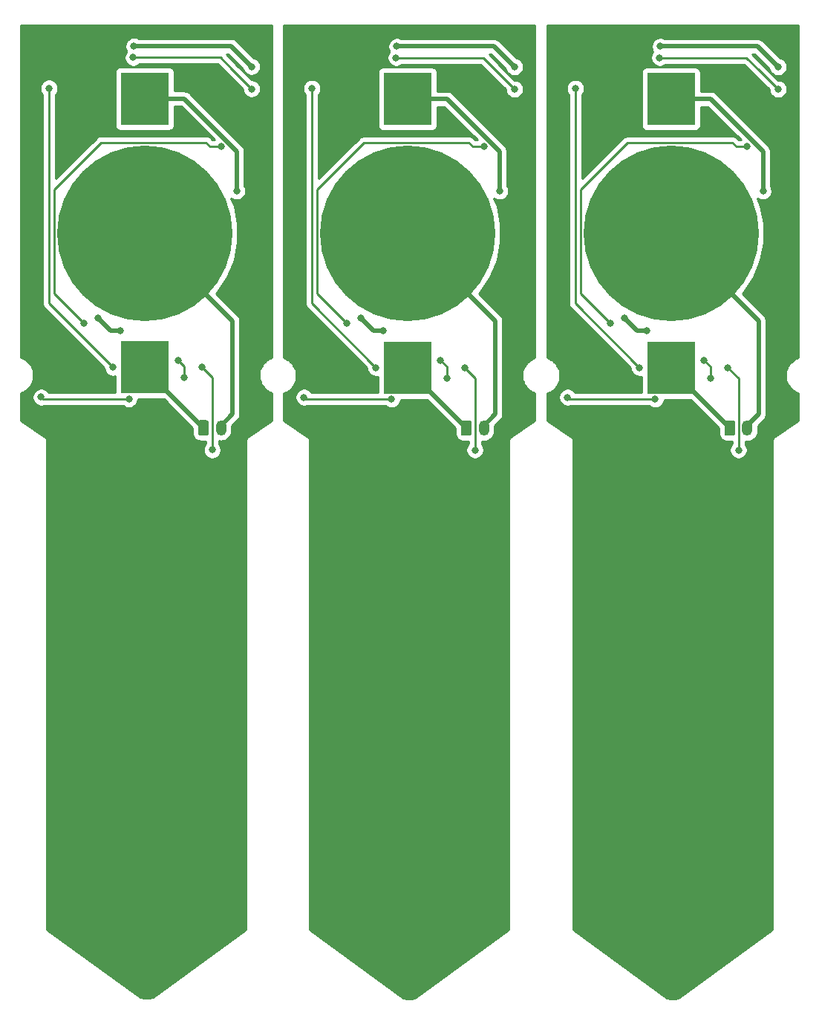
<source format=gbr>
G04 #@! TF.GenerationSoftware,KiCad,Pcbnew,(5.1.5)-3*
G04 #@! TF.CreationDate,2021-03-30T01:03:12+08:00*
G04 #@! TF.ProjectId,panelize,70616e65-6c69-47a6-952e-6b696361645f,1.1.0*
G04 #@! TF.SameCoordinates,Original*
G04 #@! TF.FileFunction,Copper,L2,Bot*
G04 #@! TF.FilePolarity,Positive*
%FSLAX46Y46*%
G04 Gerber Fmt 4.6, Leading zero omitted, Abs format (unit mm)*
G04 Created by KiCad (PCBNEW (5.1.5)-3) date 2021-03-30 01:03:12*
%MOMM*%
%LPD*%
G04 APERTURE LIST*
%ADD10R,5.499999X6.000001*%
%ADD11C,20.000001*%
%ADD12O,1.200000X1.750000*%
%ADD13C,0.100000*%
%ADD14C,0.800000*%
%ADD15C,0.500000*%
%ADD16C,0.250000*%
%ADD17C,0.254000*%
G04 APERTURE END LIST*
D10*
X141930000Y-54580000D03*
X141930000Y-23980000D03*
D11*
X141930000Y-39280000D03*
D12*
X150630000Y-61480000D03*
G04 #@! TA.AperFunction,ComponentPad*
D13*
G36*
X149004505Y-60606204D02*
G01*
X149028773Y-60609804D01*
X149052572Y-60615765D01*
X149075671Y-60624030D01*
X149097850Y-60634520D01*
X149118893Y-60647132D01*
X149138599Y-60661747D01*
X149156777Y-60678223D01*
X149173253Y-60696401D01*
X149187868Y-60716107D01*
X149200480Y-60737150D01*
X149210970Y-60759329D01*
X149219235Y-60782428D01*
X149225196Y-60806227D01*
X149228796Y-60830495D01*
X149230000Y-60854999D01*
X149230000Y-62105001D01*
X149228796Y-62129505D01*
X149225196Y-62153773D01*
X149219235Y-62177572D01*
X149210970Y-62200671D01*
X149200480Y-62222850D01*
X149187868Y-62243893D01*
X149173253Y-62263599D01*
X149156777Y-62281777D01*
X149138599Y-62298253D01*
X149118893Y-62312868D01*
X149097850Y-62325480D01*
X149075671Y-62335970D01*
X149052572Y-62344235D01*
X149028773Y-62350196D01*
X149004505Y-62353796D01*
X148980001Y-62355000D01*
X148279999Y-62355000D01*
X148255495Y-62353796D01*
X148231227Y-62350196D01*
X148207428Y-62344235D01*
X148184329Y-62335970D01*
X148162150Y-62325480D01*
X148141107Y-62312868D01*
X148121401Y-62298253D01*
X148103223Y-62281777D01*
X148086747Y-62263599D01*
X148072132Y-62243893D01*
X148059520Y-62222850D01*
X148049030Y-62200671D01*
X148040765Y-62177572D01*
X148034804Y-62153773D01*
X148031204Y-62129505D01*
X148030000Y-62105001D01*
X148030000Y-60854999D01*
X148031204Y-60830495D01*
X148034804Y-60806227D01*
X148040765Y-60782428D01*
X148049030Y-60759329D01*
X148059520Y-60737150D01*
X148072132Y-60716107D01*
X148086747Y-60696401D01*
X148103223Y-60678223D01*
X148121401Y-60661747D01*
X148141107Y-60647132D01*
X148162150Y-60634520D01*
X148184329Y-60624030D01*
X148207428Y-60615765D01*
X148231227Y-60609804D01*
X148255495Y-60606204D01*
X148279999Y-60605000D01*
X148980001Y-60605000D01*
X149004505Y-60606204D01*
G37*
G04 #@! TD.AperFunction*
D10*
X171900000Y-54600000D03*
X171900000Y-24000000D03*
D11*
X171900000Y-39300000D03*
D12*
X180600000Y-61500000D03*
G04 #@! TA.AperFunction,ComponentPad*
D13*
G36*
X178974505Y-60626204D02*
G01*
X178998773Y-60629804D01*
X179022572Y-60635765D01*
X179045671Y-60644030D01*
X179067850Y-60654520D01*
X179088893Y-60667132D01*
X179108599Y-60681747D01*
X179126777Y-60698223D01*
X179143253Y-60716401D01*
X179157868Y-60736107D01*
X179170480Y-60757150D01*
X179180970Y-60779329D01*
X179189235Y-60802428D01*
X179195196Y-60826227D01*
X179198796Y-60850495D01*
X179200000Y-60874999D01*
X179200000Y-62125001D01*
X179198796Y-62149505D01*
X179195196Y-62173773D01*
X179189235Y-62197572D01*
X179180970Y-62220671D01*
X179170480Y-62242850D01*
X179157868Y-62263893D01*
X179143253Y-62283599D01*
X179126777Y-62301777D01*
X179108599Y-62318253D01*
X179088893Y-62332868D01*
X179067850Y-62345480D01*
X179045671Y-62355970D01*
X179022572Y-62364235D01*
X178998773Y-62370196D01*
X178974505Y-62373796D01*
X178950001Y-62375000D01*
X178249999Y-62375000D01*
X178225495Y-62373796D01*
X178201227Y-62370196D01*
X178177428Y-62364235D01*
X178154329Y-62355970D01*
X178132150Y-62345480D01*
X178111107Y-62332868D01*
X178091401Y-62318253D01*
X178073223Y-62301777D01*
X178056747Y-62283599D01*
X178042132Y-62263893D01*
X178029520Y-62242850D01*
X178019030Y-62220671D01*
X178010765Y-62197572D01*
X178004804Y-62173773D01*
X178001204Y-62149505D01*
X178000000Y-62125001D01*
X178000000Y-60874999D01*
X178001204Y-60850495D01*
X178004804Y-60826227D01*
X178010765Y-60802428D01*
X178019030Y-60779329D01*
X178029520Y-60757150D01*
X178042132Y-60736107D01*
X178056747Y-60716401D01*
X178073223Y-60698223D01*
X178091401Y-60681747D01*
X178111107Y-60667132D01*
X178132150Y-60654520D01*
X178154329Y-60644030D01*
X178177428Y-60635765D01*
X178201227Y-60629804D01*
X178225495Y-60626204D01*
X178249999Y-60625000D01*
X178950001Y-60625000D01*
X178974505Y-60626204D01*
G37*
G04 #@! TD.AperFunction*
D10*
X201950000Y-54600000D03*
X201950000Y-24000000D03*
D11*
X201950000Y-39300000D03*
D12*
X210650000Y-61500000D03*
G04 #@! TA.AperFunction,ComponentPad*
D13*
G36*
X209024505Y-60626204D02*
G01*
X209048773Y-60629804D01*
X209072572Y-60635765D01*
X209095671Y-60644030D01*
X209117850Y-60654520D01*
X209138893Y-60667132D01*
X209158599Y-60681747D01*
X209176777Y-60698223D01*
X209193253Y-60716401D01*
X209207868Y-60736107D01*
X209220480Y-60757150D01*
X209230970Y-60779329D01*
X209239235Y-60802428D01*
X209245196Y-60826227D01*
X209248796Y-60850495D01*
X209250000Y-60874999D01*
X209250000Y-62125001D01*
X209248796Y-62149505D01*
X209245196Y-62173773D01*
X209239235Y-62197572D01*
X209230970Y-62220671D01*
X209220480Y-62242850D01*
X209207868Y-62263893D01*
X209193253Y-62283599D01*
X209176777Y-62301777D01*
X209158599Y-62318253D01*
X209138893Y-62332868D01*
X209117850Y-62345480D01*
X209095671Y-62355970D01*
X209072572Y-62364235D01*
X209048773Y-62370196D01*
X209024505Y-62373796D01*
X209000001Y-62375000D01*
X208299999Y-62375000D01*
X208275495Y-62373796D01*
X208251227Y-62370196D01*
X208227428Y-62364235D01*
X208204329Y-62355970D01*
X208182150Y-62345480D01*
X208161107Y-62332868D01*
X208141401Y-62318253D01*
X208123223Y-62301777D01*
X208106747Y-62283599D01*
X208092132Y-62263893D01*
X208079520Y-62242850D01*
X208069030Y-62220671D01*
X208060765Y-62197572D01*
X208054804Y-62173773D01*
X208051204Y-62149505D01*
X208050000Y-62125001D01*
X208050000Y-60874999D01*
X208051204Y-60850495D01*
X208054804Y-60826227D01*
X208060765Y-60802428D01*
X208069030Y-60779329D01*
X208079520Y-60757150D01*
X208092132Y-60736107D01*
X208106747Y-60716401D01*
X208123223Y-60698223D01*
X208141401Y-60681747D01*
X208161107Y-60667132D01*
X208182150Y-60654520D01*
X208204329Y-60644030D01*
X208227428Y-60635765D01*
X208251227Y-60629804D01*
X208275495Y-60626204D01*
X208299999Y-60625000D01*
X209000001Y-60625000D01*
X209024505Y-60626204D01*
G37*
G04 #@! TD.AperFunction*
D14*
X141192500Y-60480000D03*
X137330000Y-63080000D03*
X133830000Y-55480000D03*
X151730000Y-45480000D03*
X136630000Y-24980000D03*
X171162500Y-60500000D03*
X167300000Y-63100000D03*
X163800000Y-55500000D03*
X181700000Y-45500000D03*
X166600000Y-25000000D03*
X201212500Y-60500000D03*
X197350000Y-63100000D03*
X193850000Y-55500000D03*
X211750000Y-45500000D03*
X196650000Y-25000000D03*
X146430000Y-55780000D03*
X145717347Y-53767347D03*
X138330000Y-54580000D03*
X131030000Y-22780000D03*
X176400000Y-55800000D03*
X175687347Y-53787347D03*
X168300000Y-54600000D03*
X161000000Y-22800000D03*
X206450000Y-55800000D03*
X205737347Y-53787347D03*
X198350000Y-54600000D03*
X191050000Y-22800000D03*
X140710002Y-17995000D03*
X154130000Y-20320000D03*
X170680002Y-18015000D03*
X184100000Y-20340000D03*
X200730002Y-18015000D03*
X214150000Y-20340000D03*
X139130000Y-50380000D03*
X136630000Y-48980000D03*
X152430000Y-34480000D03*
X169100000Y-50400000D03*
X166600000Y-49000000D03*
X182400000Y-34500000D03*
X199150000Y-50400000D03*
X196650000Y-49000000D03*
X212450000Y-34500000D03*
X149630000Y-63980000D03*
X148430000Y-54580000D03*
X179600000Y-64000000D03*
X178400000Y-54600000D03*
X209650000Y-64000000D03*
X208450000Y-54600000D03*
X140630000Y-19280000D03*
X154130000Y-22860000D03*
X170600000Y-19300000D03*
X184100000Y-22880000D03*
X200650000Y-19300000D03*
X214150000Y-22880000D03*
X140130000Y-58180003D03*
X130130000Y-57980000D03*
X170100000Y-58200003D03*
X160100000Y-58000000D03*
X200150000Y-58200003D03*
X190150000Y-58000000D03*
X150630000Y-29425000D03*
X135030000Y-49580000D03*
X180600000Y-29445000D03*
X165000000Y-49600000D03*
X210650000Y-29445000D03*
X195050000Y-49600000D03*
X134430000Y-39580000D03*
X164400000Y-39600000D03*
X194450000Y-39600000D03*
D15*
X139930000Y-60480000D02*
X137330000Y-63080000D01*
X141192500Y-60480000D02*
X139930000Y-60480000D01*
X169900000Y-60500000D02*
X167300000Y-63100000D01*
X171162500Y-60500000D02*
X169900000Y-60500000D01*
X199950000Y-60500000D02*
X197350000Y-63100000D01*
X201212500Y-60500000D02*
X199950000Y-60500000D01*
D16*
X146430000Y-54480000D02*
X145717347Y-53767347D01*
X146430000Y-55780000D02*
X146430000Y-54480000D01*
X131030000Y-47280000D02*
X131030000Y-22780000D01*
X138330000Y-54580000D02*
X131030000Y-47280000D01*
X176400000Y-54500000D02*
X175687347Y-53787347D01*
X176400000Y-55800000D02*
X176400000Y-54500000D01*
X161000000Y-47300000D02*
X161000000Y-22800000D01*
X168300000Y-54600000D02*
X161000000Y-47300000D01*
X206450000Y-54500000D02*
X205737347Y-53787347D01*
X206450000Y-55800000D02*
X206450000Y-54500000D01*
X191050000Y-47300000D02*
X191050000Y-22800000D01*
X198350000Y-54600000D02*
X191050000Y-47300000D01*
D15*
X151805000Y-17995000D02*
X154130000Y-20320000D01*
X140710002Y-17995000D02*
X151805000Y-17995000D01*
X181775000Y-18015000D02*
X184100000Y-20340000D01*
X170680002Y-18015000D02*
X181775000Y-18015000D01*
X211825000Y-18015000D02*
X214150000Y-20340000D01*
X200730002Y-18015000D02*
X211825000Y-18015000D01*
X141930000Y-54780000D02*
X141930000Y-54580000D01*
X148630000Y-61480000D02*
X141930000Y-54780000D01*
X146443002Y-23980000D02*
X145179999Y-23980000D01*
X152430000Y-29966998D02*
X146443002Y-23980000D01*
X145179999Y-23980000D02*
X141930000Y-23980000D01*
X152430000Y-34480000D02*
X152430000Y-29966998D01*
X138030000Y-50380000D02*
X136630000Y-48980000D01*
X139130000Y-50380000D02*
X138030000Y-50380000D01*
X171900000Y-54800000D02*
X171900000Y-54600000D01*
X178600000Y-61500000D02*
X171900000Y-54800000D01*
X176413002Y-24000000D02*
X175149999Y-24000000D01*
X182400000Y-29986998D02*
X176413002Y-24000000D01*
X175149999Y-24000000D02*
X171900000Y-24000000D01*
X182400000Y-34500000D02*
X182400000Y-29986998D01*
X168000000Y-50400000D02*
X166600000Y-49000000D01*
X169100000Y-50400000D02*
X168000000Y-50400000D01*
X201950000Y-54800000D02*
X201950000Y-54600000D01*
X208650000Y-61500000D02*
X201950000Y-54800000D01*
X206463002Y-24000000D02*
X205199999Y-24000000D01*
X212450000Y-29986998D02*
X206463002Y-24000000D01*
X205199999Y-24000000D02*
X201950000Y-24000000D01*
X212450000Y-34500000D02*
X212450000Y-29986998D01*
X198050000Y-50400000D02*
X196650000Y-49000000D01*
X199150000Y-50400000D02*
X198050000Y-50400000D01*
D16*
X149630000Y-55780000D02*
X148430000Y-54580000D01*
X149630000Y-63980000D02*
X149630000Y-55780000D01*
X179600000Y-55800000D02*
X178400000Y-54600000D01*
X179600000Y-64000000D02*
X179600000Y-55800000D01*
X209650000Y-55800000D02*
X208450000Y-54600000D01*
X209650000Y-64000000D02*
X209650000Y-55800000D01*
X150550000Y-19280000D02*
X151924999Y-20654999D01*
X151924999Y-20654999D02*
X154130000Y-22860000D01*
X140630000Y-19280000D02*
X150550000Y-19280000D01*
X180520000Y-19300000D02*
X181894999Y-20674999D01*
X181894999Y-20674999D02*
X184100000Y-22880000D01*
X170600000Y-19300000D02*
X180520000Y-19300000D01*
X210570000Y-19300000D02*
X211944999Y-20674999D01*
X211944999Y-20674999D02*
X214150000Y-22880000D01*
X200650000Y-19300000D02*
X210570000Y-19300000D01*
X130330003Y-58180003D02*
X130130000Y-57980000D01*
X140130000Y-58180003D02*
X130330003Y-58180003D01*
X160300003Y-58200003D02*
X160100000Y-58000000D01*
X170100000Y-58200003D02*
X160300003Y-58200003D01*
X190350003Y-58200003D02*
X190150000Y-58000000D01*
X200150000Y-58200003D02*
X190350003Y-58200003D01*
X136973999Y-28954999D02*
X132030000Y-33898998D01*
X148909999Y-28954999D02*
X136973999Y-28954999D01*
X149380000Y-29425000D02*
X148909999Y-28954999D01*
X150630000Y-29425000D02*
X149380000Y-29425000D01*
X131604999Y-46154999D02*
X135030000Y-49580000D01*
X131604999Y-34323999D02*
X131604999Y-46154999D01*
X132030000Y-33898998D02*
X131604999Y-34323999D01*
X166943999Y-28974999D02*
X162000000Y-33918998D01*
X178879999Y-28974999D02*
X166943999Y-28974999D01*
X179350000Y-29445000D02*
X178879999Y-28974999D01*
X180600000Y-29445000D02*
X179350000Y-29445000D01*
X161574999Y-46174999D02*
X165000000Y-49600000D01*
X161574999Y-34343999D02*
X161574999Y-46174999D01*
X162000000Y-33918998D02*
X161574999Y-34343999D01*
X196993999Y-28974999D02*
X192050000Y-33918998D01*
X208929999Y-28974999D02*
X196993999Y-28974999D01*
X209400000Y-29445000D02*
X208929999Y-28974999D01*
X210650000Y-29445000D02*
X209400000Y-29445000D01*
X191624999Y-46174999D02*
X195050000Y-49600000D01*
X191624999Y-34343999D02*
X191624999Y-46174999D01*
X192050000Y-33918998D02*
X191624999Y-34343999D01*
D15*
X151929999Y-59905001D02*
X151929999Y-49279999D01*
X151929999Y-49279999D02*
X141930000Y-39280000D01*
X150630000Y-61205000D02*
X151929999Y-59905001D01*
X150630000Y-61480000D02*
X150630000Y-61205000D01*
X141930000Y-39280000D02*
X141630000Y-39580000D01*
X181899999Y-59925001D02*
X181899999Y-49299999D01*
X181899999Y-49299999D02*
X171900000Y-39300000D01*
X180600000Y-61225000D02*
X181899999Y-59925001D01*
X180600000Y-61500000D02*
X180600000Y-61225000D01*
X171900000Y-39300000D02*
X171600000Y-39600000D01*
X211949999Y-59925001D02*
X211949999Y-49299999D01*
X211949999Y-49299999D02*
X201950000Y-39300000D01*
X210650000Y-61225000D02*
X211949999Y-59925001D01*
X210650000Y-61500000D02*
X210650000Y-61225000D01*
X201950000Y-39300000D02*
X201650000Y-39600000D01*
D17*
G36*
X156440000Y-53440318D02*
G01*
X156339523Y-53472191D01*
X156284588Y-53495737D01*
X156229235Y-53518551D01*
X156221129Y-53522935D01*
X155964592Y-53663968D01*
X155915247Y-53697755D01*
X155865409Y-53730867D01*
X155858309Y-53736741D01*
X155634051Y-53924916D01*
X155592207Y-53967646D01*
X155549751Y-54009806D01*
X155543927Y-54016947D01*
X155360491Y-54245097D01*
X155327744Y-54295139D01*
X155294286Y-54344742D01*
X155289960Y-54352879D01*
X155154330Y-54612313D01*
X155131918Y-54667785D01*
X155108740Y-54722923D01*
X155106077Y-54731745D01*
X155023422Y-55012583D01*
X155012224Y-55071284D01*
X155000184Y-55129940D01*
X154999285Y-55139112D01*
X154972753Y-55430656D01*
X154973171Y-55490472D01*
X154972753Y-55550288D01*
X154973652Y-55559460D01*
X155004252Y-55850605D01*
X155016283Y-55909217D01*
X155027489Y-55967963D01*
X155030153Y-55976784D01*
X155116721Y-56256440D01*
X155139899Y-56311578D01*
X155162311Y-56367050D01*
X155166638Y-56375186D01*
X155305877Y-56632702D01*
X155339304Y-56682259D01*
X155372080Y-56732347D01*
X155377905Y-56739488D01*
X155564510Y-56965056D01*
X155606965Y-57007215D01*
X155648809Y-57049945D01*
X155655909Y-57055819D01*
X155882773Y-57240845D01*
X155932566Y-57273927D01*
X155981955Y-57307745D01*
X155990061Y-57312127D01*
X156248542Y-57449564D01*
X156303836Y-57472355D01*
X156358829Y-57495925D01*
X156367632Y-57498650D01*
X156440001Y-57520499D01*
X156440000Y-60646779D01*
X153790588Y-62413054D01*
X153761550Y-62428575D01*
X153711287Y-62469825D01*
X153661543Y-62510562D01*
X153661323Y-62510830D01*
X153661052Y-62511052D01*
X153619702Y-62561438D01*
X153578962Y-62610974D01*
X153578799Y-62611278D01*
X153578575Y-62611551D01*
X153547976Y-62668798D01*
X153517556Y-62725566D01*
X153517454Y-62725901D01*
X153517290Y-62726208D01*
X153498356Y-62788623D01*
X153479687Y-62849938D01*
X153479653Y-62850278D01*
X153479550Y-62850618D01*
X153473124Y-62915859D01*
X153466808Y-62979307D01*
X153470000Y-63012066D01*
X153470001Y-118643912D01*
X142851338Y-126366575D01*
X142444733Y-126459214D01*
X141957192Y-126473131D01*
X141453567Y-126388264D01*
X141427780Y-126380478D01*
X130790000Y-118643913D01*
X130790000Y-63012065D01*
X130793192Y-62979306D01*
X130786876Y-62915858D01*
X130780450Y-62850617D01*
X130780347Y-62850277D01*
X130780313Y-62849937D01*
X130761644Y-62788622D01*
X130742710Y-62726207D01*
X130742546Y-62725900D01*
X130742444Y-62725565D01*
X130712024Y-62668797D01*
X130681425Y-62611550D01*
X130681201Y-62611277D01*
X130681038Y-62610973D01*
X130640105Y-62561201D01*
X130598948Y-62511052D01*
X130598680Y-62510832D01*
X130598457Y-62510561D01*
X130547903Y-62469161D01*
X130498449Y-62428575D01*
X130469423Y-62413061D01*
X127790000Y-60626779D01*
X127790000Y-57878061D01*
X129095000Y-57878061D01*
X129095000Y-58081939D01*
X129134774Y-58281898D01*
X129212795Y-58470256D01*
X129326063Y-58639774D01*
X129470226Y-58783937D01*
X129639744Y-58897205D01*
X129828102Y-58975226D01*
X130028061Y-59015000D01*
X130231939Y-59015000D01*
X130431898Y-58975226D01*
X130516933Y-58940003D01*
X139426289Y-58940003D01*
X139470226Y-58983940D01*
X139639744Y-59097208D01*
X139828102Y-59175229D01*
X140028061Y-59215003D01*
X140231939Y-59215003D01*
X140431898Y-59175229D01*
X140620256Y-59097208D01*
X140789774Y-58983940D01*
X140933937Y-58839777D01*
X141047205Y-58670259D01*
X141125226Y-58481901D01*
X141165000Y-58281942D01*
X141165000Y-58218072D01*
X144116494Y-58218072D01*
X147391928Y-61493507D01*
X147391928Y-62105001D01*
X147408992Y-62278255D01*
X147459528Y-62444851D01*
X147541595Y-62598387D01*
X147652038Y-62732962D01*
X147786613Y-62843405D01*
X147940149Y-62925472D01*
X148106745Y-62976008D01*
X148279999Y-62993072D01*
X148870000Y-62993072D01*
X148870000Y-63276289D01*
X148826063Y-63320226D01*
X148712795Y-63489744D01*
X148634774Y-63678102D01*
X148595000Y-63878061D01*
X148595000Y-64081939D01*
X148634774Y-64281898D01*
X148712795Y-64470256D01*
X148826063Y-64639774D01*
X148970226Y-64783937D01*
X149139744Y-64897205D01*
X149328102Y-64975226D01*
X149528061Y-65015000D01*
X149731939Y-65015000D01*
X149931898Y-64975226D01*
X150120256Y-64897205D01*
X150289774Y-64783937D01*
X150433937Y-64639774D01*
X150547205Y-64470256D01*
X150625226Y-64281898D01*
X150665000Y-64081939D01*
X150665000Y-63878061D01*
X150625226Y-63678102D01*
X150547205Y-63489744D01*
X150433937Y-63320226D01*
X150390000Y-63276289D01*
X150390000Y-62972337D01*
X150630000Y-62995975D01*
X150872102Y-62972130D01*
X151104901Y-62901511D01*
X151319449Y-62786833D01*
X151507502Y-62632502D01*
X151661833Y-62444449D01*
X151776511Y-62229900D01*
X151847130Y-61997101D01*
X151865000Y-61815664D01*
X151865000Y-61221578D01*
X152525049Y-60561530D01*
X152558816Y-60533818D01*
X152669410Y-60399060D01*
X152751588Y-60245314D01*
X152802194Y-60078491D01*
X152814999Y-59948478D01*
X152814999Y-59948468D01*
X152819280Y-59905002D01*
X152814999Y-59861536D01*
X152814999Y-49323464D01*
X152819280Y-49279998D01*
X152814999Y-49236532D01*
X152814999Y-49236522D01*
X152802194Y-49106509D01*
X152751588Y-48939686D01*
X152669410Y-48785940D01*
X152558816Y-48651182D01*
X152525048Y-48623469D01*
X150075870Y-46174291D01*
X150190744Y-46059417D01*
X151354615Y-44317561D01*
X152156303Y-42382115D01*
X152565000Y-40327456D01*
X152565000Y-38232544D01*
X152156303Y-36177885D01*
X151792061Y-35298526D01*
X151939744Y-35397205D01*
X152128102Y-35475226D01*
X152328061Y-35515000D01*
X152531939Y-35515000D01*
X152731898Y-35475226D01*
X152920256Y-35397205D01*
X153089774Y-35283937D01*
X153233937Y-35139774D01*
X153347205Y-34970256D01*
X153425226Y-34781898D01*
X153465000Y-34581939D01*
X153465000Y-34378061D01*
X153425226Y-34178102D01*
X153347205Y-33989744D01*
X153315000Y-33941546D01*
X153315000Y-30010467D01*
X153319281Y-29966998D01*
X153315000Y-29923529D01*
X153315000Y-29923521D01*
X153302195Y-29793508D01*
X153251589Y-29626685D01*
X153169411Y-29472939D01*
X153092543Y-29379276D01*
X153086532Y-29371951D01*
X153086530Y-29371949D01*
X153058817Y-29338181D01*
X153025049Y-29310468D01*
X147099536Y-23384956D01*
X147071819Y-23351183D01*
X146937061Y-23240589D01*
X146783315Y-23158411D01*
X146616492Y-23107805D01*
X146486479Y-23095000D01*
X146486471Y-23095000D01*
X146443002Y-23090719D01*
X146399533Y-23095000D01*
X145318071Y-23095000D01*
X145318071Y-20980000D01*
X145305811Y-20855518D01*
X145269501Y-20735820D01*
X145210536Y-20625506D01*
X145131184Y-20528815D01*
X145034493Y-20449463D01*
X144924179Y-20390498D01*
X144804481Y-20354188D01*
X144679999Y-20341928D01*
X139180001Y-20341928D01*
X139055519Y-20354188D01*
X138935821Y-20390498D01*
X138825507Y-20449463D01*
X138728816Y-20528815D01*
X138649464Y-20625506D01*
X138590499Y-20735820D01*
X138554189Y-20855518D01*
X138541929Y-20980000D01*
X138541929Y-26980000D01*
X138554189Y-27104482D01*
X138590499Y-27224180D01*
X138649464Y-27334494D01*
X138728816Y-27431185D01*
X138825507Y-27510537D01*
X138935821Y-27569502D01*
X139055519Y-27605812D01*
X139180001Y-27618072D01*
X144679999Y-27618072D01*
X144804481Y-27605812D01*
X144924179Y-27569502D01*
X145034493Y-27510537D01*
X145131184Y-27431185D01*
X145210536Y-27334494D01*
X145269501Y-27224180D01*
X145305811Y-27104482D01*
X145318071Y-26980000D01*
X145318071Y-24865000D01*
X146076424Y-24865000D01*
X149876423Y-28665000D01*
X149694801Y-28665000D01*
X149473803Y-28444002D01*
X149450000Y-28414998D01*
X149334275Y-28320025D01*
X149202246Y-28249453D01*
X149058985Y-28205996D01*
X148947332Y-28194999D01*
X148947321Y-28194999D01*
X148909999Y-28191323D01*
X148872677Y-28194999D01*
X137011321Y-28194999D01*
X136973998Y-28191323D01*
X136936675Y-28194999D01*
X136936666Y-28194999D01*
X136825013Y-28205996D01*
X136681752Y-28249453D01*
X136549723Y-28320025D01*
X136549721Y-28320026D01*
X136549722Y-28320026D01*
X136462995Y-28391200D01*
X136462991Y-28391204D01*
X136433998Y-28414998D01*
X136410204Y-28443991D01*
X131790000Y-33064197D01*
X131790000Y-23483711D01*
X131833937Y-23439774D01*
X131947205Y-23270256D01*
X132025226Y-23081898D01*
X132065000Y-22881939D01*
X132065000Y-22678061D01*
X132025226Y-22478102D01*
X131947205Y-22289744D01*
X131833937Y-22120226D01*
X131689774Y-21976063D01*
X131520256Y-21862795D01*
X131331898Y-21784774D01*
X131131939Y-21745000D01*
X130928061Y-21745000D01*
X130728102Y-21784774D01*
X130539744Y-21862795D01*
X130370226Y-21976063D01*
X130226063Y-22120226D01*
X130112795Y-22289744D01*
X130034774Y-22478102D01*
X129995000Y-22678061D01*
X129995000Y-22881939D01*
X130034774Y-23081898D01*
X130112795Y-23270256D01*
X130226063Y-23439774D01*
X130270001Y-23483712D01*
X130270000Y-47242678D01*
X130266324Y-47280000D01*
X130270000Y-47317322D01*
X130270000Y-47317332D01*
X130280997Y-47428985D01*
X130314898Y-47540744D01*
X130324454Y-47572246D01*
X130395026Y-47704276D01*
X130434871Y-47752826D01*
X130489999Y-47820001D01*
X130519003Y-47843804D01*
X137295000Y-54619802D01*
X137295000Y-54681939D01*
X137334774Y-54881898D01*
X137412795Y-55070256D01*
X137526063Y-55239774D01*
X137670226Y-55383937D01*
X137839744Y-55497205D01*
X138028102Y-55575226D01*
X138228061Y-55615000D01*
X138431939Y-55615000D01*
X138541929Y-55593122D01*
X138541929Y-57420003D01*
X131000606Y-57420003D01*
X130933937Y-57320226D01*
X130789774Y-57176063D01*
X130620256Y-57062795D01*
X130431898Y-56984774D01*
X130231939Y-56945000D01*
X130028061Y-56945000D01*
X129828102Y-56984774D01*
X129639744Y-57062795D01*
X129470226Y-57176063D01*
X129326063Y-57320226D01*
X129212795Y-57489744D01*
X129134774Y-57678102D01*
X129095000Y-57878061D01*
X127790000Y-57878061D01*
X127790000Y-57529198D01*
X127920476Y-57487809D01*
X127975412Y-57464263D01*
X128030764Y-57441449D01*
X128038870Y-57437065D01*
X128295408Y-57296032D01*
X128344753Y-57262245D01*
X128394591Y-57229133D01*
X128401691Y-57223259D01*
X128625949Y-57035084D01*
X128667793Y-56992354D01*
X128710248Y-56950195D01*
X128716072Y-56943053D01*
X128899509Y-56714903D01*
X128932251Y-56664869D01*
X128965714Y-56615258D01*
X128970040Y-56607122D01*
X129105670Y-56347687D01*
X129128082Y-56292215D01*
X129151260Y-56237077D01*
X129153923Y-56228255D01*
X129236578Y-55947417D01*
X129247785Y-55888669D01*
X129259816Y-55830059D01*
X129260715Y-55820888D01*
X129287247Y-55529344D01*
X129286829Y-55469528D01*
X129287247Y-55409712D01*
X129286348Y-55400541D01*
X129255748Y-55109395D01*
X129243710Y-55050753D01*
X129232510Y-54992037D01*
X129229847Y-54983216D01*
X129143279Y-54703560D01*
X129120101Y-54648422D01*
X129097689Y-54592950D01*
X129093362Y-54584814D01*
X128954123Y-54327298D01*
X128920701Y-54277749D01*
X128887920Y-54227653D01*
X128882095Y-54220512D01*
X128695490Y-53994945D01*
X128653054Y-53952804D01*
X128611191Y-53910055D01*
X128604091Y-53904181D01*
X128377227Y-53719155D01*
X128327408Y-53686055D01*
X128278045Y-53652256D01*
X128269939Y-53647873D01*
X128011458Y-53510436D01*
X127956164Y-53487645D01*
X127901171Y-53464075D01*
X127892368Y-53461350D01*
X127790000Y-53430443D01*
X127790000Y-19178061D01*
X139595000Y-19178061D01*
X139595000Y-19381939D01*
X139634774Y-19581898D01*
X139712795Y-19770256D01*
X139826063Y-19939774D01*
X139970226Y-20083937D01*
X140139744Y-20197205D01*
X140328102Y-20275226D01*
X140528061Y-20315000D01*
X140731939Y-20315000D01*
X140931898Y-20275226D01*
X141120256Y-20197205D01*
X141289774Y-20083937D01*
X141333711Y-20040000D01*
X150235199Y-20040000D01*
X151413996Y-21218798D01*
X151414001Y-21218802D01*
X153095000Y-22899802D01*
X153095000Y-22961939D01*
X153134774Y-23161898D01*
X153212795Y-23350256D01*
X153326063Y-23519774D01*
X153470226Y-23663937D01*
X153639744Y-23777205D01*
X153828102Y-23855226D01*
X154028061Y-23895000D01*
X154231939Y-23895000D01*
X154431898Y-23855226D01*
X154620256Y-23777205D01*
X154789774Y-23663937D01*
X154933937Y-23519774D01*
X155047205Y-23350256D01*
X155125226Y-23161898D01*
X155165000Y-22961939D01*
X155165000Y-22758061D01*
X155125226Y-22558102D01*
X155047205Y-22369744D01*
X154933937Y-22200226D01*
X154789774Y-22056063D01*
X154620256Y-21942795D01*
X154431898Y-21864774D01*
X154231939Y-21825000D01*
X154169802Y-21825000D01*
X152488802Y-20144001D01*
X152488798Y-20143996D01*
X151224801Y-18880000D01*
X151438422Y-18880000D01*
X153123465Y-20565044D01*
X153134774Y-20621898D01*
X153212795Y-20810256D01*
X153326063Y-20979774D01*
X153470226Y-21123937D01*
X153639744Y-21237205D01*
X153828102Y-21315226D01*
X154028061Y-21355000D01*
X154231939Y-21355000D01*
X154431898Y-21315226D01*
X154620256Y-21237205D01*
X154789774Y-21123937D01*
X154933937Y-20979774D01*
X155047205Y-20810256D01*
X155125226Y-20621898D01*
X155165000Y-20421939D01*
X155165000Y-20218061D01*
X155125226Y-20018102D01*
X155047205Y-19829744D01*
X154933937Y-19660226D01*
X154789774Y-19516063D01*
X154620256Y-19402795D01*
X154431898Y-19324774D01*
X154375044Y-19313465D01*
X152461534Y-17399956D01*
X152433817Y-17366183D01*
X152299059Y-17255589D01*
X152145313Y-17173411D01*
X151978490Y-17122805D01*
X151848477Y-17110000D01*
X151848469Y-17110000D01*
X151805000Y-17105719D01*
X151761531Y-17110000D01*
X141248456Y-17110000D01*
X141200258Y-17077795D01*
X141011900Y-16999774D01*
X140811941Y-16960000D01*
X140608063Y-16960000D01*
X140408104Y-16999774D01*
X140219746Y-17077795D01*
X140050228Y-17191063D01*
X139906065Y-17335226D01*
X139792797Y-17504744D01*
X139714776Y-17693102D01*
X139675002Y-17893061D01*
X139675002Y-18096939D01*
X139714776Y-18296898D01*
X139792797Y-18485256D01*
X139860183Y-18586106D01*
X139826063Y-18620226D01*
X139712795Y-18789744D01*
X139634774Y-18978102D01*
X139595000Y-19178061D01*
X127790000Y-19178061D01*
X127790000Y-15607000D01*
X156440001Y-15607000D01*
X156440000Y-53440318D01*
G37*
X156440000Y-53440318D02*
X156339523Y-53472191D01*
X156284588Y-53495737D01*
X156229235Y-53518551D01*
X156221129Y-53522935D01*
X155964592Y-53663968D01*
X155915247Y-53697755D01*
X155865409Y-53730867D01*
X155858309Y-53736741D01*
X155634051Y-53924916D01*
X155592207Y-53967646D01*
X155549751Y-54009806D01*
X155543927Y-54016947D01*
X155360491Y-54245097D01*
X155327744Y-54295139D01*
X155294286Y-54344742D01*
X155289960Y-54352879D01*
X155154330Y-54612313D01*
X155131918Y-54667785D01*
X155108740Y-54722923D01*
X155106077Y-54731745D01*
X155023422Y-55012583D01*
X155012224Y-55071284D01*
X155000184Y-55129940D01*
X154999285Y-55139112D01*
X154972753Y-55430656D01*
X154973171Y-55490472D01*
X154972753Y-55550288D01*
X154973652Y-55559460D01*
X155004252Y-55850605D01*
X155016283Y-55909217D01*
X155027489Y-55967963D01*
X155030153Y-55976784D01*
X155116721Y-56256440D01*
X155139899Y-56311578D01*
X155162311Y-56367050D01*
X155166638Y-56375186D01*
X155305877Y-56632702D01*
X155339304Y-56682259D01*
X155372080Y-56732347D01*
X155377905Y-56739488D01*
X155564510Y-56965056D01*
X155606965Y-57007215D01*
X155648809Y-57049945D01*
X155655909Y-57055819D01*
X155882773Y-57240845D01*
X155932566Y-57273927D01*
X155981955Y-57307745D01*
X155990061Y-57312127D01*
X156248542Y-57449564D01*
X156303836Y-57472355D01*
X156358829Y-57495925D01*
X156367632Y-57498650D01*
X156440001Y-57520499D01*
X156440000Y-60646779D01*
X153790588Y-62413054D01*
X153761550Y-62428575D01*
X153711287Y-62469825D01*
X153661543Y-62510562D01*
X153661323Y-62510830D01*
X153661052Y-62511052D01*
X153619702Y-62561438D01*
X153578962Y-62610974D01*
X153578799Y-62611278D01*
X153578575Y-62611551D01*
X153547976Y-62668798D01*
X153517556Y-62725566D01*
X153517454Y-62725901D01*
X153517290Y-62726208D01*
X153498356Y-62788623D01*
X153479687Y-62849938D01*
X153479653Y-62850278D01*
X153479550Y-62850618D01*
X153473124Y-62915859D01*
X153466808Y-62979307D01*
X153470000Y-63012066D01*
X153470001Y-118643912D01*
X142851338Y-126366575D01*
X142444733Y-126459214D01*
X141957192Y-126473131D01*
X141453567Y-126388264D01*
X141427780Y-126380478D01*
X130790000Y-118643913D01*
X130790000Y-63012065D01*
X130793192Y-62979306D01*
X130786876Y-62915858D01*
X130780450Y-62850617D01*
X130780347Y-62850277D01*
X130780313Y-62849937D01*
X130761644Y-62788622D01*
X130742710Y-62726207D01*
X130742546Y-62725900D01*
X130742444Y-62725565D01*
X130712024Y-62668797D01*
X130681425Y-62611550D01*
X130681201Y-62611277D01*
X130681038Y-62610973D01*
X130640105Y-62561201D01*
X130598948Y-62511052D01*
X130598680Y-62510832D01*
X130598457Y-62510561D01*
X130547903Y-62469161D01*
X130498449Y-62428575D01*
X130469423Y-62413061D01*
X127790000Y-60626779D01*
X127790000Y-57878061D01*
X129095000Y-57878061D01*
X129095000Y-58081939D01*
X129134774Y-58281898D01*
X129212795Y-58470256D01*
X129326063Y-58639774D01*
X129470226Y-58783937D01*
X129639744Y-58897205D01*
X129828102Y-58975226D01*
X130028061Y-59015000D01*
X130231939Y-59015000D01*
X130431898Y-58975226D01*
X130516933Y-58940003D01*
X139426289Y-58940003D01*
X139470226Y-58983940D01*
X139639744Y-59097208D01*
X139828102Y-59175229D01*
X140028061Y-59215003D01*
X140231939Y-59215003D01*
X140431898Y-59175229D01*
X140620256Y-59097208D01*
X140789774Y-58983940D01*
X140933937Y-58839777D01*
X141047205Y-58670259D01*
X141125226Y-58481901D01*
X141165000Y-58281942D01*
X141165000Y-58218072D01*
X144116494Y-58218072D01*
X147391928Y-61493507D01*
X147391928Y-62105001D01*
X147408992Y-62278255D01*
X147459528Y-62444851D01*
X147541595Y-62598387D01*
X147652038Y-62732962D01*
X147786613Y-62843405D01*
X147940149Y-62925472D01*
X148106745Y-62976008D01*
X148279999Y-62993072D01*
X148870000Y-62993072D01*
X148870000Y-63276289D01*
X148826063Y-63320226D01*
X148712795Y-63489744D01*
X148634774Y-63678102D01*
X148595000Y-63878061D01*
X148595000Y-64081939D01*
X148634774Y-64281898D01*
X148712795Y-64470256D01*
X148826063Y-64639774D01*
X148970226Y-64783937D01*
X149139744Y-64897205D01*
X149328102Y-64975226D01*
X149528061Y-65015000D01*
X149731939Y-65015000D01*
X149931898Y-64975226D01*
X150120256Y-64897205D01*
X150289774Y-64783937D01*
X150433937Y-64639774D01*
X150547205Y-64470256D01*
X150625226Y-64281898D01*
X150665000Y-64081939D01*
X150665000Y-63878061D01*
X150625226Y-63678102D01*
X150547205Y-63489744D01*
X150433937Y-63320226D01*
X150390000Y-63276289D01*
X150390000Y-62972337D01*
X150630000Y-62995975D01*
X150872102Y-62972130D01*
X151104901Y-62901511D01*
X151319449Y-62786833D01*
X151507502Y-62632502D01*
X151661833Y-62444449D01*
X151776511Y-62229900D01*
X151847130Y-61997101D01*
X151865000Y-61815664D01*
X151865000Y-61221578D01*
X152525049Y-60561530D01*
X152558816Y-60533818D01*
X152669410Y-60399060D01*
X152751588Y-60245314D01*
X152802194Y-60078491D01*
X152814999Y-59948478D01*
X152814999Y-59948468D01*
X152819280Y-59905002D01*
X152814999Y-59861536D01*
X152814999Y-49323464D01*
X152819280Y-49279998D01*
X152814999Y-49236532D01*
X152814999Y-49236522D01*
X152802194Y-49106509D01*
X152751588Y-48939686D01*
X152669410Y-48785940D01*
X152558816Y-48651182D01*
X152525048Y-48623469D01*
X150075870Y-46174291D01*
X150190744Y-46059417D01*
X151354615Y-44317561D01*
X152156303Y-42382115D01*
X152565000Y-40327456D01*
X152565000Y-38232544D01*
X152156303Y-36177885D01*
X151792061Y-35298526D01*
X151939744Y-35397205D01*
X152128102Y-35475226D01*
X152328061Y-35515000D01*
X152531939Y-35515000D01*
X152731898Y-35475226D01*
X152920256Y-35397205D01*
X153089774Y-35283937D01*
X153233937Y-35139774D01*
X153347205Y-34970256D01*
X153425226Y-34781898D01*
X153465000Y-34581939D01*
X153465000Y-34378061D01*
X153425226Y-34178102D01*
X153347205Y-33989744D01*
X153315000Y-33941546D01*
X153315000Y-30010467D01*
X153319281Y-29966998D01*
X153315000Y-29923529D01*
X153315000Y-29923521D01*
X153302195Y-29793508D01*
X153251589Y-29626685D01*
X153169411Y-29472939D01*
X153092543Y-29379276D01*
X153086532Y-29371951D01*
X153086530Y-29371949D01*
X153058817Y-29338181D01*
X153025049Y-29310468D01*
X147099536Y-23384956D01*
X147071819Y-23351183D01*
X146937061Y-23240589D01*
X146783315Y-23158411D01*
X146616492Y-23107805D01*
X146486479Y-23095000D01*
X146486471Y-23095000D01*
X146443002Y-23090719D01*
X146399533Y-23095000D01*
X145318071Y-23095000D01*
X145318071Y-20980000D01*
X145305811Y-20855518D01*
X145269501Y-20735820D01*
X145210536Y-20625506D01*
X145131184Y-20528815D01*
X145034493Y-20449463D01*
X144924179Y-20390498D01*
X144804481Y-20354188D01*
X144679999Y-20341928D01*
X139180001Y-20341928D01*
X139055519Y-20354188D01*
X138935821Y-20390498D01*
X138825507Y-20449463D01*
X138728816Y-20528815D01*
X138649464Y-20625506D01*
X138590499Y-20735820D01*
X138554189Y-20855518D01*
X138541929Y-20980000D01*
X138541929Y-26980000D01*
X138554189Y-27104482D01*
X138590499Y-27224180D01*
X138649464Y-27334494D01*
X138728816Y-27431185D01*
X138825507Y-27510537D01*
X138935821Y-27569502D01*
X139055519Y-27605812D01*
X139180001Y-27618072D01*
X144679999Y-27618072D01*
X144804481Y-27605812D01*
X144924179Y-27569502D01*
X145034493Y-27510537D01*
X145131184Y-27431185D01*
X145210536Y-27334494D01*
X145269501Y-27224180D01*
X145305811Y-27104482D01*
X145318071Y-26980000D01*
X145318071Y-24865000D01*
X146076424Y-24865000D01*
X149876423Y-28665000D01*
X149694801Y-28665000D01*
X149473803Y-28444002D01*
X149450000Y-28414998D01*
X149334275Y-28320025D01*
X149202246Y-28249453D01*
X149058985Y-28205996D01*
X148947332Y-28194999D01*
X148947321Y-28194999D01*
X148909999Y-28191323D01*
X148872677Y-28194999D01*
X137011321Y-28194999D01*
X136973998Y-28191323D01*
X136936675Y-28194999D01*
X136936666Y-28194999D01*
X136825013Y-28205996D01*
X136681752Y-28249453D01*
X136549723Y-28320025D01*
X136549721Y-28320026D01*
X136549722Y-28320026D01*
X136462995Y-28391200D01*
X136462991Y-28391204D01*
X136433998Y-28414998D01*
X136410204Y-28443991D01*
X131790000Y-33064197D01*
X131790000Y-23483711D01*
X131833937Y-23439774D01*
X131947205Y-23270256D01*
X132025226Y-23081898D01*
X132065000Y-22881939D01*
X132065000Y-22678061D01*
X132025226Y-22478102D01*
X131947205Y-22289744D01*
X131833937Y-22120226D01*
X131689774Y-21976063D01*
X131520256Y-21862795D01*
X131331898Y-21784774D01*
X131131939Y-21745000D01*
X130928061Y-21745000D01*
X130728102Y-21784774D01*
X130539744Y-21862795D01*
X130370226Y-21976063D01*
X130226063Y-22120226D01*
X130112795Y-22289744D01*
X130034774Y-22478102D01*
X129995000Y-22678061D01*
X129995000Y-22881939D01*
X130034774Y-23081898D01*
X130112795Y-23270256D01*
X130226063Y-23439774D01*
X130270001Y-23483712D01*
X130270000Y-47242678D01*
X130266324Y-47280000D01*
X130270000Y-47317322D01*
X130270000Y-47317332D01*
X130280997Y-47428985D01*
X130314898Y-47540744D01*
X130324454Y-47572246D01*
X130395026Y-47704276D01*
X130434871Y-47752826D01*
X130489999Y-47820001D01*
X130519003Y-47843804D01*
X137295000Y-54619802D01*
X137295000Y-54681939D01*
X137334774Y-54881898D01*
X137412795Y-55070256D01*
X137526063Y-55239774D01*
X137670226Y-55383937D01*
X137839744Y-55497205D01*
X138028102Y-55575226D01*
X138228061Y-55615000D01*
X138431939Y-55615000D01*
X138541929Y-55593122D01*
X138541929Y-57420003D01*
X131000606Y-57420003D01*
X130933937Y-57320226D01*
X130789774Y-57176063D01*
X130620256Y-57062795D01*
X130431898Y-56984774D01*
X130231939Y-56945000D01*
X130028061Y-56945000D01*
X129828102Y-56984774D01*
X129639744Y-57062795D01*
X129470226Y-57176063D01*
X129326063Y-57320226D01*
X129212795Y-57489744D01*
X129134774Y-57678102D01*
X129095000Y-57878061D01*
X127790000Y-57878061D01*
X127790000Y-57529198D01*
X127920476Y-57487809D01*
X127975412Y-57464263D01*
X128030764Y-57441449D01*
X128038870Y-57437065D01*
X128295408Y-57296032D01*
X128344753Y-57262245D01*
X128394591Y-57229133D01*
X128401691Y-57223259D01*
X128625949Y-57035084D01*
X128667793Y-56992354D01*
X128710248Y-56950195D01*
X128716072Y-56943053D01*
X128899509Y-56714903D01*
X128932251Y-56664869D01*
X128965714Y-56615258D01*
X128970040Y-56607122D01*
X129105670Y-56347687D01*
X129128082Y-56292215D01*
X129151260Y-56237077D01*
X129153923Y-56228255D01*
X129236578Y-55947417D01*
X129247785Y-55888669D01*
X129259816Y-55830059D01*
X129260715Y-55820888D01*
X129287247Y-55529344D01*
X129286829Y-55469528D01*
X129287247Y-55409712D01*
X129286348Y-55400541D01*
X129255748Y-55109395D01*
X129243710Y-55050753D01*
X129232510Y-54992037D01*
X129229847Y-54983216D01*
X129143279Y-54703560D01*
X129120101Y-54648422D01*
X129097689Y-54592950D01*
X129093362Y-54584814D01*
X128954123Y-54327298D01*
X128920701Y-54277749D01*
X128887920Y-54227653D01*
X128882095Y-54220512D01*
X128695490Y-53994945D01*
X128653054Y-53952804D01*
X128611191Y-53910055D01*
X128604091Y-53904181D01*
X128377227Y-53719155D01*
X128327408Y-53686055D01*
X128278045Y-53652256D01*
X128269939Y-53647873D01*
X128011458Y-53510436D01*
X127956164Y-53487645D01*
X127901171Y-53464075D01*
X127892368Y-53461350D01*
X127790000Y-53430443D01*
X127790000Y-19178061D01*
X139595000Y-19178061D01*
X139595000Y-19381939D01*
X139634774Y-19581898D01*
X139712795Y-19770256D01*
X139826063Y-19939774D01*
X139970226Y-20083937D01*
X140139744Y-20197205D01*
X140328102Y-20275226D01*
X140528061Y-20315000D01*
X140731939Y-20315000D01*
X140931898Y-20275226D01*
X141120256Y-20197205D01*
X141289774Y-20083937D01*
X141333711Y-20040000D01*
X150235199Y-20040000D01*
X151413996Y-21218798D01*
X151414001Y-21218802D01*
X153095000Y-22899802D01*
X153095000Y-22961939D01*
X153134774Y-23161898D01*
X153212795Y-23350256D01*
X153326063Y-23519774D01*
X153470226Y-23663937D01*
X153639744Y-23777205D01*
X153828102Y-23855226D01*
X154028061Y-23895000D01*
X154231939Y-23895000D01*
X154431898Y-23855226D01*
X154620256Y-23777205D01*
X154789774Y-23663937D01*
X154933937Y-23519774D01*
X155047205Y-23350256D01*
X155125226Y-23161898D01*
X155165000Y-22961939D01*
X155165000Y-22758061D01*
X155125226Y-22558102D01*
X155047205Y-22369744D01*
X154933937Y-22200226D01*
X154789774Y-22056063D01*
X154620256Y-21942795D01*
X154431898Y-21864774D01*
X154231939Y-21825000D01*
X154169802Y-21825000D01*
X152488802Y-20144001D01*
X152488798Y-20143996D01*
X151224801Y-18880000D01*
X151438422Y-18880000D01*
X153123465Y-20565044D01*
X153134774Y-20621898D01*
X153212795Y-20810256D01*
X153326063Y-20979774D01*
X153470226Y-21123937D01*
X153639744Y-21237205D01*
X153828102Y-21315226D01*
X154028061Y-21355000D01*
X154231939Y-21355000D01*
X154431898Y-21315226D01*
X154620256Y-21237205D01*
X154789774Y-21123937D01*
X154933937Y-20979774D01*
X155047205Y-20810256D01*
X155125226Y-20621898D01*
X155165000Y-20421939D01*
X155165000Y-20218061D01*
X155125226Y-20018102D01*
X155047205Y-19829744D01*
X154933937Y-19660226D01*
X154789774Y-19516063D01*
X154620256Y-19402795D01*
X154431898Y-19324774D01*
X154375044Y-19313465D01*
X152461534Y-17399956D01*
X152433817Y-17366183D01*
X152299059Y-17255589D01*
X152145313Y-17173411D01*
X151978490Y-17122805D01*
X151848477Y-17110000D01*
X151848469Y-17110000D01*
X151805000Y-17105719D01*
X151761531Y-17110000D01*
X141248456Y-17110000D01*
X141200258Y-17077795D01*
X141011900Y-16999774D01*
X140811941Y-16960000D01*
X140608063Y-16960000D01*
X140408104Y-16999774D01*
X140219746Y-17077795D01*
X140050228Y-17191063D01*
X139906065Y-17335226D01*
X139792797Y-17504744D01*
X139714776Y-17693102D01*
X139675002Y-17893061D01*
X139675002Y-18096939D01*
X139714776Y-18296898D01*
X139792797Y-18485256D01*
X139860183Y-18586106D01*
X139826063Y-18620226D01*
X139712795Y-18789744D01*
X139634774Y-18978102D01*
X139595000Y-19178061D01*
X127790000Y-19178061D01*
X127790000Y-15607000D01*
X156440001Y-15607000D01*
X156440000Y-53440318D01*
G36*
X186440001Y-53450801D02*
G01*
X186309523Y-53492191D01*
X186254588Y-53515737D01*
X186199235Y-53538551D01*
X186191129Y-53542935D01*
X185934592Y-53683968D01*
X185885247Y-53717755D01*
X185835409Y-53750867D01*
X185828309Y-53756741D01*
X185604051Y-53944916D01*
X185562207Y-53987646D01*
X185519751Y-54029806D01*
X185513927Y-54036947D01*
X185330491Y-54265097D01*
X185297744Y-54315139D01*
X185264286Y-54364742D01*
X185259960Y-54372879D01*
X185124330Y-54632313D01*
X185101918Y-54687785D01*
X185078740Y-54742923D01*
X185076077Y-54751745D01*
X184993422Y-55032583D01*
X184982224Y-55091284D01*
X184970184Y-55149940D01*
X184969285Y-55159112D01*
X184942753Y-55450656D01*
X184943171Y-55510472D01*
X184942753Y-55570288D01*
X184943652Y-55579460D01*
X184974252Y-55870605D01*
X184986283Y-55929217D01*
X184997489Y-55987963D01*
X185000153Y-55996784D01*
X185086721Y-56276440D01*
X185109899Y-56331578D01*
X185132311Y-56387050D01*
X185136638Y-56395186D01*
X185275877Y-56652702D01*
X185309304Y-56702259D01*
X185342080Y-56752347D01*
X185347905Y-56759488D01*
X185534510Y-56985056D01*
X185576965Y-57027215D01*
X185618809Y-57069945D01*
X185625909Y-57075819D01*
X185852773Y-57260845D01*
X185902566Y-57293927D01*
X185951955Y-57327745D01*
X185960061Y-57332127D01*
X186218542Y-57469564D01*
X186273836Y-57492355D01*
X186328829Y-57515925D01*
X186337632Y-57518650D01*
X186440000Y-57549557D01*
X186440001Y-60646778D01*
X183760588Y-62433054D01*
X183731550Y-62448575D01*
X183681287Y-62489825D01*
X183631543Y-62530562D01*
X183631323Y-62530830D01*
X183631052Y-62531052D01*
X183589702Y-62581438D01*
X183548962Y-62630974D01*
X183548799Y-62631278D01*
X183548575Y-62631551D01*
X183517976Y-62688798D01*
X183487556Y-62745566D01*
X183487454Y-62745901D01*
X183487290Y-62746208D01*
X183468356Y-62808623D01*
X183449687Y-62869938D01*
X183449653Y-62870278D01*
X183449550Y-62870618D01*
X183443124Y-62935859D01*
X183436808Y-62999307D01*
X183440000Y-63032066D01*
X183440001Y-118663912D01*
X172821338Y-126386575D01*
X172414733Y-126479214D01*
X171927192Y-126493131D01*
X171423567Y-126408264D01*
X171397780Y-126400478D01*
X160760000Y-118663913D01*
X160760000Y-63032065D01*
X160763192Y-62999306D01*
X160756876Y-62935858D01*
X160750450Y-62870617D01*
X160750347Y-62870277D01*
X160750313Y-62869937D01*
X160731644Y-62808622D01*
X160712710Y-62746207D01*
X160712546Y-62745900D01*
X160712444Y-62745565D01*
X160682024Y-62688797D01*
X160651425Y-62631550D01*
X160651201Y-62631277D01*
X160651038Y-62630973D01*
X160610105Y-62581201D01*
X160568948Y-62531052D01*
X160568680Y-62530832D01*
X160568457Y-62530561D01*
X160517903Y-62489161D01*
X160468449Y-62448575D01*
X160439423Y-62433061D01*
X157790000Y-60666779D01*
X157790000Y-57898061D01*
X159065000Y-57898061D01*
X159065000Y-58101939D01*
X159104774Y-58301898D01*
X159182795Y-58490256D01*
X159296063Y-58659774D01*
X159440226Y-58803937D01*
X159609744Y-58917205D01*
X159798102Y-58995226D01*
X159998061Y-59035000D01*
X160201939Y-59035000D01*
X160401898Y-58995226D01*
X160486933Y-58960003D01*
X169396289Y-58960003D01*
X169440226Y-59003940D01*
X169609744Y-59117208D01*
X169798102Y-59195229D01*
X169998061Y-59235003D01*
X170201939Y-59235003D01*
X170401898Y-59195229D01*
X170590256Y-59117208D01*
X170759774Y-59003940D01*
X170903937Y-58859777D01*
X171017205Y-58690259D01*
X171095226Y-58501901D01*
X171135000Y-58301942D01*
X171135000Y-58238072D01*
X174086494Y-58238072D01*
X177361928Y-61513507D01*
X177361928Y-62125001D01*
X177378992Y-62298255D01*
X177429528Y-62464851D01*
X177511595Y-62618387D01*
X177622038Y-62752962D01*
X177756613Y-62863405D01*
X177910149Y-62945472D01*
X178076745Y-62996008D01*
X178249999Y-63013072D01*
X178840000Y-63013072D01*
X178840000Y-63296289D01*
X178796063Y-63340226D01*
X178682795Y-63509744D01*
X178604774Y-63698102D01*
X178565000Y-63898061D01*
X178565000Y-64101939D01*
X178604774Y-64301898D01*
X178682795Y-64490256D01*
X178796063Y-64659774D01*
X178940226Y-64803937D01*
X179109744Y-64917205D01*
X179298102Y-64995226D01*
X179498061Y-65035000D01*
X179701939Y-65035000D01*
X179901898Y-64995226D01*
X180090256Y-64917205D01*
X180259774Y-64803937D01*
X180403937Y-64659774D01*
X180517205Y-64490256D01*
X180595226Y-64301898D01*
X180635000Y-64101939D01*
X180635000Y-63898061D01*
X180595226Y-63698102D01*
X180517205Y-63509744D01*
X180403937Y-63340226D01*
X180360000Y-63296289D01*
X180360000Y-62992337D01*
X180600000Y-63015975D01*
X180842102Y-62992130D01*
X181074901Y-62921511D01*
X181289449Y-62806833D01*
X181477502Y-62652502D01*
X181631833Y-62464449D01*
X181746511Y-62249900D01*
X181817130Y-62017101D01*
X181835000Y-61835664D01*
X181835000Y-61241578D01*
X182495049Y-60581530D01*
X182528816Y-60553818D01*
X182563511Y-60511543D01*
X182628081Y-60432864D01*
X182639410Y-60419060D01*
X182721588Y-60265314D01*
X182772194Y-60098491D01*
X182784999Y-59968478D01*
X182784999Y-59968468D01*
X182789280Y-59925002D01*
X182784999Y-59881536D01*
X182784999Y-49343464D01*
X182789280Y-49299998D01*
X182784999Y-49256532D01*
X182784999Y-49256522D01*
X182772194Y-49126509D01*
X182721588Y-48959686D01*
X182639410Y-48805940D01*
X182528816Y-48671182D01*
X182495048Y-48643469D01*
X180045870Y-46194291D01*
X180160744Y-46079417D01*
X181324615Y-44337561D01*
X182126303Y-42402115D01*
X182535000Y-40347456D01*
X182535000Y-38252544D01*
X182126303Y-36197885D01*
X181762061Y-35318526D01*
X181909744Y-35417205D01*
X182098102Y-35495226D01*
X182298061Y-35535000D01*
X182501939Y-35535000D01*
X182701898Y-35495226D01*
X182890256Y-35417205D01*
X183059774Y-35303937D01*
X183203937Y-35159774D01*
X183317205Y-34990256D01*
X183395226Y-34801898D01*
X183435000Y-34601939D01*
X183435000Y-34398061D01*
X183395226Y-34198102D01*
X183317205Y-34009744D01*
X183285000Y-33961546D01*
X183285000Y-30030467D01*
X183289281Y-29986998D01*
X183285000Y-29943529D01*
X183285000Y-29943521D01*
X183272195Y-29813508D01*
X183221589Y-29646685D01*
X183139411Y-29492939D01*
X183062543Y-29399276D01*
X183056532Y-29391951D01*
X183056530Y-29391949D01*
X183028817Y-29358181D01*
X182995049Y-29330468D01*
X177069536Y-23404956D01*
X177041819Y-23371183D01*
X176907061Y-23260589D01*
X176753315Y-23178411D01*
X176586492Y-23127805D01*
X176456479Y-23115000D01*
X176456471Y-23115000D01*
X176413002Y-23110719D01*
X176369533Y-23115000D01*
X175288071Y-23115000D01*
X175288071Y-21000000D01*
X175275811Y-20875518D01*
X175239501Y-20755820D01*
X175180536Y-20645506D01*
X175101184Y-20548815D01*
X175004493Y-20469463D01*
X174894179Y-20410498D01*
X174774481Y-20374188D01*
X174649999Y-20361928D01*
X169150001Y-20361928D01*
X169025519Y-20374188D01*
X168905821Y-20410498D01*
X168795507Y-20469463D01*
X168698816Y-20548815D01*
X168619464Y-20645506D01*
X168560499Y-20755820D01*
X168524189Y-20875518D01*
X168511929Y-21000000D01*
X168511929Y-27000000D01*
X168524189Y-27124482D01*
X168560499Y-27244180D01*
X168619464Y-27354494D01*
X168698816Y-27451185D01*
X168795507Y-27530537D01*
X168905821Y-27589502D01*
X169025519Y-27625812D01*
X169150001Y-27638072D01*
X174649999Y-27638072D01*
X174774481Y-27625812D01*
X174894179Y-27589502D01*
X175004493Y-27530537D01*
X175101184Y-27451185D01*
X175180536Y-27354494D01*
X175239501Y-27244180D01*
X175275811Y-27124482D01*
X175288071Y-27000000D01*
X175288071Y-24885000D01*
X176046424Y-24885000D01*
X179846423Y-28685000D01*
X179664801Y-28685000D01*
X179443803Y-28464002D01*
X179420000Y-28434998D01*
X179304275Y-28340025D01*
X179172246Y-28269453D01*
X179028985Y-28225996D01*
X178917332Y-28214999D01*
X178917321Y-28214999D01*
X178879999Y-28211323D01*
X178842677Y-28214999D01*
X166981321Y-28214999D01*
X166943998Y-28211323D01*
X166906675Y-28214999D01*
X166906666Y-28214999D01*
X166795013Y-28225996D01*
X166651752Y-28269453D01*
X166519723Y-28340025D01*
X166519721Y-28340026D01*
X166519722Y-28340026D01*
X166432995Y-28411200D01*
X166432991Y-28411204D01*
X166403998Y-28434998D01*
X166380204Y-28463991D01*
X161760000Y-33084197D01*
X161760000Y-23503711D01*
X161803937Y-23459774D01*
X161917205Y-23290256D01*
X161995226Y-23101898D01*
X162035000Y-22901939D01*
X162035000Y-22698061D01*
X161995226Y-22498102D01*
X161917205Y-22309744D01*
X161803937Y-22140226D01*
X161659774Y-21996063D01*
X161490256Y-21882795D01*
X161301898Y-21804774D01*
X161101939Y-21765000D01*
X160898061Y-21765000D01*
X160698102Y-21804774D01*
X160509744Y-21882795D01*
X160340226Y-21996063D01*
X160196063Y-22140226D01*
X160082795Y-22309744D01*
X160004774Y-22498102D01*
X159965000Y-22698061D01*
X159965000Y-22901939D01*
X160004774Y-23101898D01*
X160082795Y-23290256D01*
X160196063Y-23459774D01*
X160240001Y-23503712D01*
X160240000Y-47262678D01*
X160236324Y-47300000D01*
X160240000Y-47337322D01*
X160240000Y-47337332D01*
X160250997Y-47448985D01*
X160284898Y-47560744D01*
X160294454Y-47592246D01*
X160365026Y-47724276D01*
X160404871Y-47772826D01*
X160459999Y-47840001D01*
X160489003Y-47863804D01*
X167265000Y-54639802D01*
X167265000Y-54701939D01*
X167304774Y-54901898D01*
X167382795Y-55090256D01*
X167496063Y-55259774D01*
X167640226Y-55403937D01*
X167809744Y-55517205D01*
X167998102Y-55595226D01*
X168198061Y-55635000D01*
X168401939Y-55635000D01*
X168511929Y-55613122D01*
X168511929Y-57440003D01*
X160970606Y-57440003D01*
X160903937Y-57340226D01*
X160759774Y-57196063D01*
X160590256Y-57082795D01*
X160401898Y-57004774D01*
X160201939Y-56965000D01*
X159998061Y-56965000D01*
X159798102Y-57004774D01*
X159609744Y-57082795D01*
X159440226Y-57196063D01*
X159296063Y-57340226D01*
X159182795Y-57509744D01*
X159104774Y-57698102D01*
X159065000Y-57898061D01*
X157790000Y-57898061D01*
X157790000Y-57539682D01*
X157890476Y-57507809D01*
X157945412Y-57484263D01*
X158000764Y-57461449D01*
X158008870Y-57457065D01*
X158265408Y-57316032D01*
X158314753Y-57282245D01*
X158364591Y-57249133D01*
X158371691Y-57243259D01*
X158595949Y-57055084D01*
X158637793Y-57012354D01*
X158680248Y-56970195D01*
X158686072Y-56963053D01*
X158869509Y-56734903D01*
X158902251Y-56684869D01*
X158935714Y-56635258D01*
X158940040Y-56627122D01*
X159075670Y-56367687D01*
X159098082Y-56312215D01*
X159121260Y-56257077D01*
X159123923Y-56248255D01*
X159206578Y-55967417D01*
X159217785Y-55908669D01*
X159229816Y-55850059D01*
X159230715Y-55840888D01*
X159257247Y-55549344D01*
X159256829Y-55489528D01*
X159257247Y-55429712D01*
X159256348Y-55420541D01*
X159225748Y-55129395D01*
X159213710Y-55070753D01*
X159202510Y-55012037D01*
X159199847Y-55003216D01*
X159113279Y-54723560D01*
X159090101Y-54668422D01*
X159067689Y-54612950D01*
X159063362Y-54604814D01*
X158924123Y-54347298D01*
X158890701Y-54297749D01*
X158857920Y-54247653D01*
X158852095Y-54240512D01*
X158665490Y-54014945D01*
X158623054Y-53972804D01*
X158581191Y-53930055D01*
X158574091Y-53924181D01*
X158347227Y-53739155D01*
X158297408Y-53706055D01*
X158248045Y-53672256D01*
X158239939Y-53667873D01*
X157981458Y-53530436D01*
X157926164Y-53507645D01*
X157871171Y-53484075D01*
X157862368Y-53481350D01*
X157790000Y-53459501D01*
X157790000Y-19198061D01*
X169565000Y-19198061D01*
X169565000Y-19401939D01*
X169604774Y-19601898D01*
X169682795Y-19790256D01*
X169796063Y-19959774D01*
X169940226Y-20103937D01*
X170109744Y-20217205D01*
X170298102Y-20295226D01*
X170498061Y-20335000D01*
X170701939Y-20335000D01*
X170901898Y-20295226D01*
X171090256Y-20217205D01*
X171259774Y-20103937D01*
X171303711Y-20060000D01*
X180205199Y-20060000D01*
X181383996Y-21238798D01*
X181384001Y-21238802D01*
X183065000Y-22919802D01*
X183065000Y-22981939D01*
X183104774Y-23181898D01*
X183182795Y-23370256D01*
X183296063Y-23539774D01*
X183440226Y-23683937D01*
X183609744Y-23797205D01*
X183798102Y-23875226D01*
X183998061Y-23915000D01*
X184201939Y-23915000D01*
X184401898Y-23875226D01*
X184590256Y-23797205D01*
X184759774Y-23683937D01*
X184903937Y-23539774D01*
X185017205Y-23370256D01*
X185095226Y-23181898D01*
X185135000Y-22981939D01*
X185135000Y-22778061D01*
X185095226Y-22578102D01*
X185017205Y-22389744D01*
X184903937Y-22220226D01*
X184759774Y-22076063D01*
X184590256Y-21962795D01*
X184401898Y-21884774D01*
X184201939Y-21845000D01*
X184139802Y-21845000D01*
X182458802Y-20164001D01*
X182458798Y-20163996D01*
X181194801Y-18900000D01*
X181408422Y-18900000D01*
X183093465Y-20585044D01*
X183104774Y-20641898D01*
X183182795Y-20830256D01*
X183296063Y-20999774D01*
X183440226Y-21143937D01*
X183609744Y-21257205D01*
X183798102Y-21335226D01*
X183998061Y-21375000D01*
X184201939Y-21375000D01*
X184401898Y-21335226D01*
X184590256Y-21257205D01*
X184759774Y-21143937D01*
X184903937Y-20999774D01*
X185017205Y-20830256D01*
X185095226Y-20641898D01*
X185135000Y-20441939D01*
X185135000Y-20238061D01*
X185095226Y-20038102D01*
X185017205Y-19849744D01*
X184903937Y-19680226D01*
X184759774Y-19536063D01*
X184590256Y-19422795D01*
X184401898Y-19344774D01*
X184345044Y-19333465D01*
X182431534Y-17419956D01*
X182403817Y-17386183D01*
X182269059Y-17275589D01*
X182115313Y-17193411D01*
X181948490Y-17142805D01*
X181818477Y-17130000D01*
X181818469Y-17130000D01*
X181775000Y-17125719D01*
X181731531Y-17130000D01*
X171218456Y-17130000D01*
X171170258Y-17097795D01*
X170981900Y-17019774D01*
X170781941Y-16980000D01*
X170578063Y-16980000D01*
X170378104Y-17019774D01*
X170189746Y-17097795D01*
X170020228Y-17211063D01*
X169876065Y-17355226D01*
X169762797Y-17524744D01*
X169684776Y-17713102D01*
X169645002Y-17913061D01*
X169645002Y-18116939D01*
X169684776Y-18316898D01*
X169762797Y-18505256D01*
X169830183Y-18606106D01*
X169796063Y-18640226D01*
X169682795Y-18809744D01*
X169604774Y-18998102D01*
X169565000Y-19198061D01*
X157790000Y-19198061D01*
X157790000Y-15627000D01*
X186440000Y-15627000D01*
X186440001Y-53450801D01*
G37*
X186440001Y-53450801D02*
X186309523Y-53492191D01*
X186254588Y-53515737D01*
X186199235Y-53538551D01*
X186191129Y-53542935D01*
X185934592Y-53683968D01*
X185885247Y-53717755D01*
X185835409Y-53750867D01*
X185828309Y-53756741D01*
X185604051Y-53944916D01*
X185562207Y-53987646D01*
X185519751Y-54029806D01*
X185513927Y-54036947D01*
X185330491Y-54265097D01*
X185297744Y-54315139D01*
X185264286Y-54364742D01*
X185259960Y-54372879D01*
X185124330Y-54632313D01*
X185101918Y-54687785D01*
X185078740Y-54742923D01*
X185076077Y-54751745D01*
X184993422Y-55032583D01*
X184982224Y-55091284D01*
X184970184Y-55149940D01*
X184969285Y-55159112D01*
X184942753Y-55450656D01*
X184943171Y-55510472D01*
X184942753Y-55570288D01*
X184943652Y-55579460D01*
X184974252Y-55870605D01*
X184986283Y-55929217D01*
X184997489Y-55987963D01*
X185000153Y-55996784D01*
X185086721Y-56276440D01*
X185109899Y-56331578D01*
X185132311Y-56387050D01*
X185136638Y-56395186D01*
X185275877Y-56652702D01*
X185309304Y-56702259D01*
X185342080Y-56752347D01*
X185347905Y-56759488D01*
X185534510Y-56985056D01*
X185576965Y-57027215D01*
X185618809Y-57069945D01*
X185625909Y-57075819D01*
X185852773Y-57260845D01*
X185902566Y-57293927D01*
X185951955Y-57327745D01*
X185960061Y-57332127D01*
X186218542Y-57469564D01*
X186273836Y-57492355D01*
X186328829Y-57515925D01*
X186337632Y-57518650D01*
X186440000Y-57549557D01*
X186440001Y-60646778D01*
X183760588Y-62433054D01*
X183731550Y-62448575D01*
X183681287Y-62489825D01*
X183631543Y-62530562D01*
X183631323Y-62530830D01*
X183631052Y-62531052D01*
X183589702Y-62581438D01*
X183548962Y-62630974D01*
X183548799Y-62631278D01*
X183548575Y-62631551D01*
X183517976Y-62688798D01*
X183487556Y-62745566D01*
X183487454Y-62745901D01*
X183487290Y-62746208D01*
X183468356Y-62808623D01*
X183449687Y-62869938D01*
X183449653Y-62870278D01*
X183449550Y-62870618D01*
X183443124Y-62935859D01*
X183436808Y-62999307D01*
X183440000Y-63032066D01*
X183440001Y-118663912D01*
X172821338Y-126386575D01*
X172414733Y-126479214D01*
X171927192Y-126493131D01*
X171423567Y-126408264D01*
X171397780Y-126400478D01*
X160760000Y-118663913D01*
X160760000Y-63032065D01*
X160763192Y-62999306D01*
X160756876Y-62935858D01*
X160750450Y-62870617D01*
X160750347Y-62870277D01*
X160750313Y-62869937D01*
X160731644Y-62808622D01*
X160712710Y-62746207D01*
X160712546Y-62745900D01*
X160712444Y-62745565D01*
X160682024Y-62688797D01*
X160651425Y-62631550D01*
X160651201Y-62631277D01*
X160651038Y-62630973D01*
X160610105Y-62581201D01*
X160568948Y-62531052D01*
X160568680Y-62530832D01*
X160568457Y-62530561D01*
X160517903Y-62489161D01*
X160468449Y-62448575D01*
X160439423Y-62433061D01*
X157790000Y-60666779D01*
X157790000Y-57898061D01*
X159065000Y-57898061D01*
X159065000Y-58101939D01*
X159104774Y-58301898D01*
X159182795Y-58490256D01*
X159296063Y-58659774D01*
X159440226Y-58803937D01*
X159609744Y-58917205D01*
X159798102Y-58995226D01*
X159998061Y-59035000D01*
X160201939Y-59035000D01*
X160401898Y-58995226D01*
X160486933Y-58960003D01*
X169396289Y-58960003D01*
X169440226Y-59003940D01*
X169609744Y-59117208D01*
X169798102Y-59195229D01*
X169998061Y-59235003D01*
X170201939Y-59235003D01*
X170401898Y-59195229D01*
X170590256Y-59117208D01*
X170759774Y-59003940D01*
X170903937Y-58859777D01*
X171017205Y-58690259D01*
X171095226Y-58501901D01*
X171135000Y-58301942D01*
X171135000Y-58238072D01*
X174086494Y-58238072D01*
X177361928Y-61513507D01*
X177361928Y-62125001D01*
X177378992Y-62298255D01*
X177429528Y-62464851D01*
X177511595Y-62618387D01*
X177622038Y-62752962D01*
X177756613Y-62863405D01*
X177910149Y-62945472D01*
X178076745Y-62996008D01*
X178249999Y-63013072D01*
X178840000Y-63013072D01*
X178840000Y-63296289D01*
X178796063Y-63340226D01*
X178682795Y-63509744D01*
X178604774Y-63698102D01*
X178565000Y-63898061D01*
X178565000Y-64101939D01*
X178604774Y-64301898D01*
X178682795Y-64490256D01*
X178796063Y-64659774D01*
X178940226Y-64803937D01*
X179109744Y-64917205D01*
X179298102Y-64995226D01*
X179498061Y-65035000D01*
X179701939Y-65035000D01*
X179901898Y-64995226D01*
X180090256Y-64917205D01*
X180259774Y-64803937D01*
X180403937Y-64659774D01*
X180517205Y-64490256D01*
X180595226Y-64301898D01*
X180635000Y-64101939D01*
X180635000Y-63898061D01*
X180595226Y-63698102D01*
X180517205Y-63509744D01*
X180403937Y-63340226D01*
X180360000Y-63296289D01*
X180360000Y-62992337D01*
X180600000Y-63015975D01*
X180842102Y-62992130D01*
X181074901Y-62921511D01*
X181289449Y-62806833D01*
X181477502Y-62652502D01*
X181631833Y-62464449D01*
X181746511Y-62249900D01*
X181817130Y-62017101D01*
X181835000Y-61835664D01*
X181835000Y-61241578D01*
X182495049Y-60581530D01*
X182528816Y-60553818D01*
X182563511Y-60511543D01*
X182628081Y-60432864D01*
X182639410Y-60419060D01*
X182721588Y-60265314D01*
X182772194Y-60098491D01*
X182784999Y-59968478D01*
X182784999Y-59968468D01*
X182789280Y-59925002D01*
X182784999Y-59881536D01*
X182784999Y-49343464D01*
X182789280Y-49299998D01*
X182784999Y-49256532D01*
X182784999Y-49256522D01*
X182772194Y-49126509D01*
X182721588Y-48959686D01*
X182639410Y-48805940D01*
X182528816Y-48671182D01*
X182495048Y-48643469D01*
X180045870Y-46194291D01*
X180160744Y-46079417D01*
X181324615Y-44337561D01*
X182126303Y-42402115D01*
X182535000Y-40347456D01*
X182535000Y-38252544D01*
X182126303Y-36197885D01*
X181762061Y-35318526D01*
X181909744Y-35417205D01*
X182098102Y-35495226D01*
X182298061Y-35535000D01*
X182501939Y-35535000D01*
X182701898Y-35495226D01*
X182890256Y-35417205D01*
X183059774Y-35303937D01*
X183203937Y-35159774D01*
X183317205Y-34990256D01*
X183395226Y-34801898D01*
X183435000Y-34601939D01*
X183435000Y-34398061D01*
X183395226Y-34198102D01*
X183317205Y-34009744D01*
X183285000Y-33961546D01*
X183285000Y-30030467D01*
X183289281Y-29986998D01*
X183285000Y-29943529D01*
X183285000Y-29943521D01*
X183272195Y-29813508D01*
X183221589Y-29646685D01*
X183139411Y-29492939D01*
X183062543Y-29399276D01*
X183056532Y-29391951D01*
X183056530Y-29391949D01*
X183028817Y-29358181D01*
X182995049Y-29330468D01*
X177069536Y-23404956D01*
X177041819Y-23371183D01*
X176907061Y-23260589D01*
X176753315Y-23178411D01*
X176586492Y-23127805D01*
X176456479Y-23115000D01*
X176456471Y-23115000D01*
X176413002Y-23110719D01*
X176369533Y-23115000D01*
X175288071Y-23115000D01*
X175288071Y-21000000D01*
X175275811Y-20875518D01*
X175239501Y-20755820D01*
X175180536Y-20645506D01*
X175101184Y-20548815D01*
X175004493Y-20469463D01*
X174894179Y-20410498D01*
X174774481Y-20374188D01*
X174649999Y-20361928D01*
X169150001Y-20361928D01*
X169025519Y-20374188D01*
X168905821Y-20410498D01*
X168795507Y-20469463D01*
X168698816Y-20548815D01*
X168619464Y-20645506D01*
X168560499Y-20755820D01*
X168524189Y-20875518D01*
X168511929Y-21000000D01*
X168511929Y-27000000D01*
X168524189Y-27124482D01*
X168560499Y-27244180D01*
X168619464Y-27354494D01*
X168698816Y-27451185D01*
X168795507Y-27530537D01*
X168905821Y-27589502D01*
X169025519Y-27625812D01*
X169150001Y-27638072D01*
X174649999Y-27638072D01*
X174774481Y-27625812D01*
X174894179Y-27589502D01*
X175004493Y-27530537D01*
X175101184Y-27451185D01*
X175180536Y-27354494D01*
X175239501Y-27244180D01*
X175275811Y-27124482D01*
X175288071Y-27000000D01*
X175288071Y-24885000D01*
X176046424Y-24885000D01*
X179846423Y-28685000D01*
X179664801Y-28685000D01*
X179443803Y-28464002D01*
X179420000Y-28434998D01*
X179304275Y-28340025D01*
X179172246Y-28269453D01*
X179028985Y-28225996D01*
X178917332Y-28214999D01*
X178917321Y-28214999D01*
X178879999Y-28211323D01*
X178842677Y-28214999D01*
X166981321Y-28214999D01*
X166943998Y-28211323D01*
X166906675Y-28214999D01*
X166906666Y-28214999D01*
X166795013Y-28225996D01*
X166651752Y-28269453D01*
X166519723Y-28340025D01*
X166519721Y-28340026D01*
X166519722Y-28340026D01*
X166432995Y-28411200D01*
X166432991Y-28411204D01*
X166403998Y-28434998D01*
X166380204Y-28463991D01*
X161760000Y-33084197D01*
X161760000Y-23503711D01*
X161803937Y-23459774D01*
X161917205Y-23290256D01*
X161995226Y-23101898D01*
X162035000Y-22901939D01*
X162035000Y-22698061D01*
X161995226Y-22498102D01*
X161917205Y-22309744D01*
X161803937Y-22140226D01*
X161659774Y-21996063D01*
X161490256Y-21882795D01*
X161301898Y-21804774D01*
X161101939Y-21765000D01*
X160898061Y-21765000D01*
X160698102Y-21804774D01*
X160509744Y-21882795D01*
X160340226Y-21996063D01*
X160196063Y-22140226D01*
X160082795Y-22309744D01*
X160004774Y-22498102D01*
X159965000Y-22698061D01*
X159965000Y-22901939D01*
X160004774Y-23101898D01*
X160082795Y-23290256D01*
X160196063Y-23459774D01*
X160240001Y-23503712D01*
X160240000Y-47262678D01*
X160236324Y-47300000D01*
X160240000Y-47337322D01*
X160240000Y-47337332D01*
X160250997Y-47448985D01*
X160284898Y-47560744D01*
X160294454Y-47592246D01*
X160365026Y-47724276D01*
X160404871Y-47772826D01*
X160459999Y-47840001D01*
X160489003Y-47863804D01*
X167265000Y-54639802D01*
X167265000Y-54701939D01*
X167304774Y-54901898D01*
X167382795Y-55090256D01*
X167496063Y-55259774D01*
X167640226Y-55403937D01*
X167809744Y-55517205D01*
X167998102Y-55595226D01*
X168198061Y-55635000D01*
X168401939Y-55635000D01*
X168511929Y-55613122D01*
X168511929Y-57440003D01*
X160970606Y-57440003D01*
X160903937Y-57340226D01*
X160759774Y-57196063D01*
X160590256Y-57082795D01*
X160401898Y-57004774D01*
X160201939Y-56965000D01*
X159998061Y-56965000D01*
X159798102Y-57004774D01*
X159609744Y-57082795D01*
X159440226Y-57196063D01*
X159296063Y-57340226D01*
X159182795Y-57509744D01*
X159104774Y-57698102D01*
X159065000Y-57898061D01*
X157790000Y-57898061D01*
X157790000Y-57539682D01*
X157890476Y-57507809D01*
X157945412Y-57484263D01*
X158000764Y-57461449D01*
X158008870Y-57457065D01*
X158265408Y-57316032D01*
X158314753Y-57282245D01*
X158364591Y-57249133D01*
X158371691Y-57243259D01*
X158595949Y-57055084D01*
X158637793Y-57012354D01*
X158680248Y-56970195D01*
X158686072Y-56963053D01*
X158869509Y-56734903D01*
X158902251Y-56684869D01*
X158935714Y-56635258D01*
X158940040Y-56627122D01*
X159075670Y-56367687D01*
X159098082Y-56312215D01*
X159121260Y-56257077D01*
X159123923Y-56248255D01*
X159206578Y-55967417D01*
X159217785Y-55908669D01*
X159229816Y-55850059D01*
X159230715Y-55840888D01*
X159257247Y-55549344D01*
X159256829Y-55489528D01*
X159257247Y-55429712D01*
X159256348Y-55420541D01*
X159225748Y-55129395D01*
X159213710Y-55070753D01*
X159202510Y-55012037D01*
X159199847Y-55003216D01*
X159113279Y-54723560D01*
X159090101Y-54668422D01*
X159067689Y-54612950D01*
X159063362Y-54604814D01*
X158924123Y-54347298D01*
X158890701Y-54297749D01*
X158857920Y-54247653D01*
X158852095Y-54240512D01*
X158665490Y-54014945D01*
X158623054Y-53972804D01*
X158581191Y-53930055D01*
X158574091Y-53924181D01*
X158347227Y-53739155D01*
X158297408Y-53706055D01*
X158248045Y-53672256D01*
X158239939Y-53667873D01*
X157981458Y-53530436D01*
X157926164Y-53507645D01*
X157871171Y-53484075D01*
X157862368Y-53481350D01*
X157790000Y-53459501D01*
X157790000Y-19198061D01*
X169565000Y-19198061D01*
X169565000Y-19401939D01*
X169604774Y-19601898D01*
X169682795Y-19790256D01*
X169796063Y-19959774D01*
X169940226Y-20103937D01*
X170109744Y-20217205D01*
X170298102Y-20295226D01*
X170498061Y-20335000D01*
X170701939Y-20335000D01*
X170901898Y-20295226D01*
X171090256Y-20217205D01*
X171259774Y-20103937D01*
X171303711Y-20060000D01*
X180205199Y-20060000D01*
X181383996Y-21238798D01*
X181384001Y-21238802D01*
X183065000Y-22919802D01*
X183065000Y-22981939D01*
X183104774Y-23181898D01*
X183182795Y-23370256D01*
X183296063Y-23539774D01*
X183440226Y-23683937D01*
X183609744Y-23797205D01*
X183798102Y-23875226D01*
X183998061Y-23915000D01*
X184201939Y-23915000D01*
X184401898Y-23875226D01*
X184590256Y-23797205D01*
X184759774Y-23683937D01*
X184903937Y-23539774D01*
X185017205Y-23370256D01*
X185095226Y-23181898D01*
X185135000Y-22981939D01*
X185135000Y-22778061D01*
X185095226Y-22578102D01*
X185017205Y-22389744D01*
X184903937Y-22220226D01*
X184759774Y-22076063D01*
X184590256Y-21962795D01*
X184401898Y-21884774D01*
X184201939Y-21845000D01*
X184139802Y-21845000D01*
X182458802Y-20164001D01*
X182458798Y-20163996D01*
X181194801Y-18900000D01*
X181408422Y-18900000D01*
X183093465Y-20585044D01*
X183104774Y-20641898D01*
X183182795Y-20830256D01*
X183296063Y-20999774D01*
X183440226Y-21143937D01*
X183609744Y-21257205D01*
X183798102Y-21335226D01*
X183998061Y-21375000D01*
X184201939Y-21375000D01*
X184401898Y-21335226D01*
X184590256Y-21257205D01*
X184759774Y-21143937D01*
X184903937Y-20999774D01*
X185017205Y-20830256D01*
X185095226Y-20641898D01*
X185135000Y-20441939D01*
X185135000Y-20238061D01*
X185095226Y-20038102D01*
X185017205Y-19849744D01*
X184903937Y-19680226D01*
X184759774Y-19536063D01*
X184590256Y-19422795D01*
X184401898Y-19344774D01*
X184345044Y-19333465D01*
X182431534Y-17419956D01*
X182403817Y-17386183D01*
X182269059Y-17275589D01*
X182115313Y-17193411D01*
X181948490Y-17142805D01*
X181818477Y-17130000D01*
X181818469Y-17130000D01*
X181775000Y-17125719D01*
X181731531Y-17130000D01*
X171218456Y-17130000D01*
X171170258Y-17097795D01*
X170981900Y-17019774D01*
X170781941Y-16980000D01*
X170578063Y-16980000D01*
X170378104Y-17019774D01*
X170189746Y-17097795D01*
X170020228Y-17211063D01*
X169876065Y-17355226D01*
X169762797Y-17524744D01*
X169684776Y-17713102D01*
X169645002Y-17913061D01*
X169645002Y-18116939D01*
X169684776Y-18316898D01*
X169762797Y-18505256D01*
X169830183Y-18606106D01*
X169796063Y-18640226D01*
X169682795Y-18809744D01*
X169604774Y-18998102D01*
X169565000Y-19198061D01*
X157790000Y-19198061D01*
X157790000Y-15627000D01*
X186440000Y-15627000D01*
X186440001Y-53450801D01*
G36*
X216490001Y-53450801D02*
G01*
X216359523Y-53492191D01*
X216304588Y-53515737D01*
X216249235Y-53538551D01*
X216241129Y-53542935D01*
X215984592Y-53683968D01*
X215935247Y-53717755D01*
X215885409Y-53750867D01*
X215878309Y-53756741D01*
X215654051Y-53944916D01*
X215612207Y-53987646D01*
X215569751Y-54029806D01*
X215563927Y-54036947D01*
X215380491Y-54265097D01*
X215347744Y-54315139D01*
X215314286Y-54364742D01*
X215309960Y-54372879D01*
X215174330Y-54632313D01*
X215151918Y-54687785D01*
X215128740Y-54742923D01*
X215126077Y-54751745D01*
X215043422Y-55032583D01*
X215032224Y-55091284D01*
X215020184Y-55149940D01*
X215019285Y-55159112D01*
X214992753Y-55450656D01*
X214993171Y-55510472D01*
X214992753Y-55570288D01*
X214993652Y-55579460D01*
X215024252Y-55870605D01*
X215036283Y-55929217D01*
X215047489Y-55987963D01*
X215050153Y-55996784D01*
X215136721Y-56276440D01*
X215159899Y-56331578D01*
X215182311Y-56387050D01*
X215186638Y-56395186D01*
X215325877Y-56652702D01*
X215359304Y-56702259D01*
X215392080Y-56752347D01*
X215397905Y-56759488D01*
X215584510Y-56985056D01*
X215626965Y-57027215D01*
X215668809Y-57069945D01*
X215675909Y-57075819D01*
X215902773Y-57260845D01*
X215952566Y-57293927D01*
X216001955Y-57327745D01*
X216010061Y-57332127D01*
X216268542Y-57469564D01*
X216323836Y-57492355D01*
X216378829Y-57515925D01*
X216387632Y-57518650D01*
X216490000Y-57549557D01*
X216490001Y-60646778D01*
X213810588Y-62433054D01*
X213781550Y-62448575D01*
X213731287Y-62489825D01*
X213681543Y-62530562D01*
X213681323Y-62530830D01*
X213681052Y-62531052D01*
X213639702Y-62581438D01*
X213598962Y-62630974D01*
X213598799Y-62631278D01*
X213598575Y-62631551D01*
X213567976Y-62688798D01*
X213537556Y-62745566D01*
X213537454Y-62745901D01*
X213537290Y-62746208D01*
X213518356Y-62808623D01*
X213499687Y-62869938D01*
X213499653Y-62870278D01*
X213499550Y-62870618D01*
X213493124Y-62935859D01*
X213486808Y-62999307D01*
X213490000Y-63032066D01*
X213490001Y-118663912D01*
X202871338Y-126386575D01*
X202464733Y-126479214D01*
X201977192Y-126493131D01*
X201473567Y-126408264D01*
X201447780Y-126400478D01*
X190810000Y-118663913D01*
X190810000Y-63032065D01*
X190813192Y-62999306D01*
X190806876Y-62935858D01*
X190800450Y-62870617D01*
X190800347Y-62870277D01*
X190800313Y-62869937D01*
X190781644Y-62808622D01*
X190762710Y-62746207D01*
X190762546Y-62745900D01*
X190762444Y-62745565D01*
X190732024Y-62688797D01*
X190701425Y-62631550D01*
X190701201Y-62631277D01*
X190701038Y-62630973D01*
X190660105Y-62581201D01*
X190618948Y-62531052D01*
X190618680Y-62530832D01*
X190618457Y-62530561D01*
X190567903Y-62489161D01*
X190518449Y-62448575D01*
X190489423Y-62433061D01*
X187810000Y-60646779D01*
X187810000Y-57898061D01*
X189115000Y-57898061D01*
X189115000Y-58101939D01*
X189154774Y-58301898D01*
X189232795Y-58490256D01*
X189346063Y-58659774D01*
X189490226Y-58803937D01*
X189659744Y-58917205D01*
X189848102Y-58995226D01*
X190048061Y-59035000D01*
X190251939Y-59035000D01*
X190451898Y-58995226D01*
X190536933Y-58960003D01*
X199446289Y-58960003D01*
X199490226Y-59003940D01*
X199659744Y-59117208D01*
X199848102Y-59195229D01*
X200048061Y-59235003D01*
X200251939Y-59235003D01*
X200451898Y-59195229D01*
X200640256Y-59117208D01*
X200809774Y-59003940D01*
X200953937Y-58859777D01*
X201067205Y-58690259D01*
X201145226Y-58501901D01*
X201185000Y-58301942D01*
X201185000Y-58238072D01*
X204136494Y-58238072D01*
X207411928Y-61513507D01*
X207411928Y-62125001D01*
X207428992Y-62298255D01*
X207479528Y-62464851D01*
X207561595Y-62618387D01*
X207672038Y-62752962D01*
X207806613Y-62863405D01*
X207960149Y-62945472D01*
X208126745Y-62996008D01*
X208299999Y-63013072D01*
X208890000Y-63013072D01*
X208890000Y-63296289D01*
X208846063Y-63340226D01*
X208732795Y-63509744D01*
X208654774Y-63698102D01*
X208615000Y-63898061D01*
X208615000Y-64101939D01*
X208654774Y-64301898D01*
X208732795Y-64490256D01*
X208846063Y-64659774D01*
X208990226Y-64803937D01*
X209159744Y-64917205D01*
X209348102Y-64995226D01*
X209548061Y-65035000D01*
X209751939Y-65035000D01*
X209951898Y-64995226D01*
X210140256Y-64917205D01*
X210309774Y-64803937D01*
X210453937Y-64659774D01*
X210567205Y-64490256D01*
X210645226Y-64301898D01*
X210685000Y-64101939D01*
X210685000Y-63898061D01*
X210645226Y-63698102D01*
X210567205Y-63509744D01*
X210453937Y-63340226D01*
X210410000Y-63296289D01*
X210410000Y-62992337D01*
X210650000Y-63015975D01*
X210892102Y-62992130D01*
X211124901Y-62921511D01*
X211339449Y-62806833D01*
X211527502Y-62652502D01*
X211681833Y-62464449D01*
X211796511Y-62249900D01*
X211867130Y-62017101D01*
X211885000Y-61835664D01*
X211885000Y-61241578D01*
X212545049Y-60581530D01*
X212578816Y-60553818D01*
X212689410Y-60419060D01*
X212771588Y-60265314D01*
X212822194Y-60098491D01*
X212834999Y-59968478D01*
X212834999Y-59968468D01*
X212839280Y-59925002D01*
X212834999Y-59881536D01*
X212834999Y-49343464D01*
X212839280Y-49299998D01*
X212834999Y-49256532D01*
X212834999Y-49256522D01*
X212822194Y-49126509D01*
X212771588Y-48959686D01*
X212689410Y-48805940D01*
X212578816Y-48671182D01*
X212545048Y-48643469D01*
X210095870Y-46194291D01*
X210210744Y-46079417D01*
X211374615Y-44337561D01*
X212176303Y-42402115D01*
X212585000Y-40347456D01*
X212585000Y-38252544D01*
X212176303Y-36197885D01*
X211812061Y-35318526D01*
X211959744Y-35417205D01*
X212148102Y-35495226D01*
X212348061Y-35535000D01*
X212551939Y-35535000D01*
X212751898Y-35495226D01*
X212940256Y-35417205D01*
X213109774Y-35303937D01*
X213253937Y-35159774D01*
X213367205Y-34990256D01*
X213445226Y-34801898D01*
X213485000Y-34601939D01*
X213485000Y-34398061D01*
X213445226Y-34198102D01*
X213367205Y-34009744D01*
X213335000Y-33961546D01*
X213335000Y-30030467D01*
X213339281Y-29986998D01*
X213335000Y-29943529D01*
X213335000Y-29943521D01*
X213322195Y-29813508D01*
X213271589Y-29646685D01*
X213189411Y-29492939D01*
X213112543Y-29399276D01*
X213106532Y-29391951D01*
X213106530Y-29391949D01*
X213078817Y-29358181D01*
X213045049Y-29330468D01*
X207119536Y-23404956D01*
X207091819Y-23371183D01*
X206957061Y-23260589D01*
X206803315Y-23178411D01*
X206636492Y-23127805D01*
X206506479Y-23115000D01*
X206506471Y-23115000D01*
X206463002Y-23110719D01*
X206419533Y-23115000D01*
X205338071Y-23115000D01*
X205338071Y-21000000D01*
X205325811Y-20875518D01*
X205289501Y-20755820D01*
X205230536Y-20645506D01*
X205151184Y-20548815D01*
X205054493Y-20469463D01*
X204944179Y-20410498D01*
X204824481Y-20374188D01*
X204699999Y-20361928D01*
X199200001Y-20361928D01*
X199075519Y-20374188D01*
X198955821Y-20410498D01*
X198845507Y-20469463D01*
X198748816Y-20548815D01*
X198669464Y-20645506D01*
X198610499Y-20755820D01*
X198574189Y-20875518D01*
X198561929Y-21000000D01*
X198561929Y-27000000D01*
X198574189Y-27124482D01*
X198610499Y-27244180D01*
X198669464Y-27354494D01*
X198748816Y-27451185D01*
X198845507Y-27530537D01*
X198955821Y-27589502D01*
X199075519Y-27625812D01*
X199200001Y-27638072D01*
X204699999Y-27638072D01*
X204824481Y-27625812D01*
X204944179Y-27589502D01*
X205054493Y-27530537D01*
X205151184Y-27451185D01*
X205230536Y-27354494D01*
X205289501Y-27244180D01*
X205325811Y-27124482D01*
X205338071Y-27000000D01*
X205338071Y-24885000D01*
X206096424Y-24885000D01*
X209896423Y-28685000D01*
X209714801Y-28685000D01*
X209493803Y-28464002D01*
X209470000Y-28434998D01*
X209354275Y-28340025D01*
X209222246Y-28269453D01*
X209078985Y-28225996D01*
X208967332Y-28214999D01*
X208967321Y-28214999D01*
X208929999Y-28211323D01*
X208892677Y-28214999D01*
X197031321Y-28214999D01*
X196993998Y-28211323D01*
X196956675Y-28214999D01*
X196956666Y-28214999D01*
X196845013Y-28225996D01*
X196701752Y-28269453D01*
X196569723Y-28340025D01*
X196569721Y-28340026D01*
X196569722Y-28340026D01*
X196482995Y-28411200D01*
X196482991Y-28411204D01*
X196453998Y-28434998D01*
X196430204Y-28463991D01*
X191810000Y-33084197D01*
X191810000Y-23503711D01*
X191853937Y-23459774D01*
X191967205Y-23290256D01*
X192045226Y-23101898D01*
X192085000Y-22901939D01*
X192085000Y-22698061D01*
X192045226Y-22498102D01*
X191967205Y-22309744D01*
X191853937Y-22140226D01*
X191709774Y-21996063D01*
X191540256Y-21882795D01*
X191351898Y-21804774D01*
X191151939Y-21765000D01*
X190948061Y-21765000D01*
X190748102Y-21804774D01*
X190559744Y-21882795D01*
X190390226Y-21996063D01*
X190246063Y-22140226D01*
X190132795Y-22309744D01*
X190054774Y-22498102D01*
X190015000Y-22698061D01*
X190015000Y-22901939D01*
X190054774Y-23101898D01*
X190132795Y-23290256D01*
X190246063Y-23459774D01*
X190290001Y-23503712D01*
X190290000Y-47262678D01*
X190286324Y-47300000D01*
X190290000Y-47337322D01*
X190290000Y-47337332D01*
X190300997Y-47448985D01*
X190334898Y-47560744D01*
X190344454Y-47592246D01*
X190415026Y-47724276D01*
X190454871Y-47772826D01*
X190509999Y-47840001D01*
X190539003Y-47863804D01*
X197315000Y-54639802D01*
X197315000Y-54701939D01*
X197354774Y-54901898D01*
X197432795Y-55090256D01*
X197546063Y-55259774D01*
X197690226Y-55403937D01*
X197859744Y-55517205D01*
X198048102Y-55595226D01*
X198248061Y-55635000D01*
X198451939Y-55635000D01*
X198561929Y-55613122D01*
X198561929Y-57440003D01*
X191020606Y-57440003D01*
X190953937Y-57340226D01*
X190809774Y-57196063D01*
X190640256Y-57082795D01*
X190451898Y-57004774D01*
X190251939Y-56965000D01*
X190048061Y-56965000D01*
X189848102Y-57004774D01*
X189659744Y-57082795D01*
X189490226Y-57196063D01*
X189346063Y-57340226D01*
X189232795Y-57509744D01*
X189154774Y-57698102D01*
X189115000Y-57898061D01*
X187810000Y-57898061D01*
X187810000Y-57549198D01*
X187940476Y-57507809D01*
X187995412Y-57484263D01*
X188050764Y-57461449D01*
X188058870Y-57457065D01*
X188315408Y-57316032D01*
X188364753Y-57282245D01*
X188414591Y-57249133D01*
X188421691Y-57243259D01*
X188645949Y-57055084D01*
X188687793Y-57012354D01*
X188730248Y-56970195D01*
X188736072Y-56963053D01*
X188919509Y-56734903D01*
X188952251Y-56684869D01*
X188985714Y-56635258D01*
X188990040Y-56627122D01*
X189125670Y-56367687D01*
X189148082Y-56312215D01*
X189171260Y-56257077D01*
X189173923Y-56248255D01*
X189256578Y-55967417D01*
X189267785Y-55908669D01*
X189279816Y-55850059D01*
X189280715Y-55840888D01*
X189307247Y-55549344D01*
X189306829Y-55489528D01*
X189307247Y-55429712D01*
X189306348Y-55420541D01*
X189275748Y-55129395D01*
X189263710Y-55070753D01*
X189252510Y-55012037D01*
X189249847Y-55003216D01*
X189163279Y-54723560D01*
X189140101Y-54668422D01*
X189117689Y-54612950D01*
X189113362Y-54604814D01*
X188974123Y-54347298D01*
X188940701Y-54297749D01*
X188907920Y-54247653D01*
X188902095Y-54240512D01*
X188715490Y-54014945D01*
X188673054Y-53972804D01*
X188631191Y-53930055D01*
X188624091Y-53924181D01*
X188397227Y-53739155D01*
X188347408Y-53706055D01*
X188298045Y-53672256D01*
X188289939Y-53667873D01*
X188031458Y-53530436D01*
X187976164Y-53507645D01*
X187921171Y-53484075D01*
X187912368Y-53481350D01*
X187810000Y-53450443D01*
X187810000Y-19198061D01*
X199615000Y-19198061D01*
X199615000Y-19401939D01*
X199654774Y-19601898D01*
X199732795Y-19790256D01*
X199846063Y-19959774D01*
X199990226Y-20103937D01*
X200159744Y-20217205D01*
X200348102Y-20295226D01*
X200548061Y-20335000D01*
X200751939Y-20335000D01*
X200951898Y-20295226D01*
X201140256Y-20217205D01*
X201309774Y-20103937D01*
X201353711Y-20060000D01*
X210255199Y-20060000D01*
X211433996Y-21238798D01*
X211434001Y-21238802D01*
X213115000Y-22919802D01*
X213115000Y-22981939D01*
X213154774Y-23181898D01*
X213232795Y-23370256D01*
X213346063Y-23539774D01*
X213490226Y-23683937D01*
X213659744Y-23797205D01*
X213848102Y-23875226D01*
X214048061Y-23915000D01*
X214251939Y-23915000D01*
X214451898Y-23875226D01*
X214640256Y-23797205D01*
X214809774Y-23683937D01*
X214953937Y-23539774D01*
X215067205Y-23370256D01*
X215145226Y-23181898D01*
X215185000Y-22981939D01*
X215185000Y-22778061D01*
X215145226Y-22578102D01*
X215067205Y-22389744D01*
X214953937Y-22220226D01*
X214809774Y-22076063D01*
X214640256Y-21962795D01*
X214451898Y-21884774D01*
X214251939Y-21845000D01*
X214189802Y-21845000D01*
X212508802Y-20164001D01*
X212508798Y-20163996D01*
X211244801Y-18900000D01*
X211458422Y-18900000D01*
X213143465Y-20585044D01*
X213154774Y-20641898D01*
X213232795Y-20830256D01*
X213346063Y-20999774D01*
X213490226Y-21143937D01*
X213659744Y-21257205D01*
X213848102Y-21335226D01*
X214048061Y-21375000D01*
X214251939Y-21375000D01*
X214451898Y-21335226D01*
X214640256Y-21257205D01*
X214809774Y-21143937D01*
X214953937Y-20999774D01*
X215067205Y-20830256D01*
X215145226Y-20641898D01*
X215185000Y-20441939D01*
X215185000Y-20238061D01*
X215145226Y-20038102D01*
X215067205Y-19849744D01*
X214953937Y-19680226D01*
X214809774Y-19536063D01*
X214640256Y-19422795D01*
X214451898Y-19344774D01*
X214395044Y-19333465D01*
X212481534Y-17419956D01*
X212453817Y-17386183D01*
X212319059Y-17275589D01*
X212165313Y-17193411D01*
X211998490Y-17142805D01*
X211868477Y-17130000D01*
X211868469Y-17130000D01*
X211825000Y-17125719D01*
X211781531Y-17130000D01*
X201268456Y-17130000D01*
X201220258Y-17097795D01*
X201031900Y-17019774D01*
X200831941Y-16980000D01*
X200628063Y-16980000D01*
X200428104Y-17019774D01*
X200239746Y-17097795D01*
X200070228Y-17211063D01*
X199926065Y-17355226D01*
X199812797Y-17524744D01*
X199734776Y-17713102D01*
X199695002Y-17913061D01*
X199695002Y-18116939D01*
X199734776Y-18316898D01*
X199812797Y-18505256D01*
X199880183Y-18606106D01*
X199846063Y-18640226D01*
X199732795Y-18809744D01*
X199654774Y-18998102D01*
X199615000Y-19198061D01*
X187810000Y-19198061D01*
X187810000Y-15627000D01*
X216490000Y-15627000D01*
X216490001Y-53450801D01*
G37*
X216490001Y-53450801D02*
X216359523Y-53492191D01*
X216304588Y-53515737D01*
X216249235Y-53538551D01*
X216241129Y-53542935D01*
X215984592Y-53683968D01*
X215935247Y-53717755D01*
X215885409Y-53750867D01*
X215878309Y-53756741D01*
X215654051Y-53944916D01*
X215612207Y-53987646D01*
X215569751Y-54029806D01*
X215563927Y-54036947D01*
X215380491Y-54265097D01*
X215347744Y-54315139D01*
X215314286Y-54364742D01*
X215309960Y-54372879D01*
X215174330Y-54632313D01*
X215151918Y-54687785D01*
X215128740Y-54742923D01*
X215126077Y-54751745D01*
X215043422Y-55032583D01*
X215032224Y-55091284D01*
X215020184Y-55149940D01*
X215019285Y-55159112D01*
X214992753Y-55450656D01*
X214993171Y-55510472D01*
X214992753Y-55570288D01*
X214993652Y-55579460D01*
X215024252Y-55870605D01*
X215036283Y-55929217D01*
X215047489Y-55987963D01*
X215050153Y-55996784D01*
X215136721Y-56276440D01*
X215159899Y-56331578D01*
X215182311Y-56387050D01*
X215186638Y-56395186D01*
X215325877Y-56652702D01*
X215359304Y-56702259D01*
X215392080Y-56752347D01*
X215397905Y-56759488D01*
X215584510Y-56985056D01*
X215626965Y-57027215D01*
X215668809Y-57069945D01*
X215675909Y-57075819D01*
X215902773Y-57260845D01*
X215952566Y-57293927D01*
X216001955Y-57327745D01*
X216010061Y-57332127D01*
X216268542Y-57469564D01*
X216323836Y-57492355D01*
X216378829Y-57515925D01*
X216387632Y-57518650D01*
X216490000Y-57549557D01*
X216490001Y-60646778D01*
X213810588Y-62433054D01*
X213781550Y-62448575D01*
X213731287Y-62489825D01*
X213681543Y-62530562D01*
X213681323Y-62530830D01*
X213681052Y-62531052D01*
X213639702Y-62581438D01*
X213598962Y-62630974D01*
X213598799Y-62631278D01*
X213598575Y-62631551D01*
X213567976Y-62688798D01*
X213537556Y-62745566D01*
X213537454Y-62745901D01*
X213537290Y-62746208D01*
X213518356Y-62808623D01*
X213499687Y-62869938D01*
X213499653Y-62870278D01*
X213499550Y-62870618D01*
X213493124Y-62935859D01*
X213486808Y-62999307D01*
X213490000Y-63032066D01*
X213490001Y-118663912D01*
X202871338Y-126386575D01*
X202464733Y-126479214D01*
X201977192Y-126493131D01*
X201473567Y-126408264D01*
X201447780Y-126400478D01*
X190810000Y-118663913D01*
X190810000Y-63032065D01*
X190813192Y-62999306D01*
X190806876Y-62935858D01*
X190800450Y-62870617D01*
X190800347Y-62870277D01*
X190800313Y-62869937D01*
X190781644Y-62808622D01*
X190762710Y-62746207D01*
X190762546Y-62745900D01*
X190762444Y-62745565D01*
X190732024Y-62688797D01*
X190701425Y-62631550D01*
X190701201Y-62631277D01*
X190701038Y-62630973D01*
X190660105Y-62581201D01*
X190618948Y-62531052D01*
X190618680Y-62530832D01*
X190618457Y-62530561D01*
X190567903Y-62489161D01*
X190518449Y-62448575D01*
X190489423Y-62433061D01*
X187810000Y-60646779D01*
X187810000Y-57898061D01*
X189115000Y-57898061D01*
X189115000Y-58101939D01*
X189154774Y-58301898D01*
X189232795Y-58490256D01*
X189346063Y-58659774D01*
X189490226Y-58803937D01*
X189659744Y-58917205D01*
X189848102Y-58995226D01*
X190048061Y-59035000D01*
X190251939Y-59035000D01*
X190451898Y-58995226D01*
X190536933Y-58960003D01*
X199446289Y-58960003D01*
X199490226Y-59003940D01*
X199659744Y-59117208D01*
X199848102Y-59195229D01*
X200048061Y-59235003D01*
X200251939Y-59235003D01*
X200451898Y-59195229D01*
X200640256Y-59117208D01*
X200809774Y-59003940D01*
X200953937Y-58859777D01*
X201067205Y-58690259D01*
X201145226Y-58501901D01*
X201185000Y-58301942D01*
X201185000Y-58238072D01*
X204136494Y-58238072D01*
X207411928Y-61513507D01*
X207411928Y-62125001D01*
X207428992Y-62298255D01*
X207479528Y-62464851D01*
X207561595Y-62618387D01*
X207672038Y-62752962D01*
X207806613Y-62863405D01*
X207960149Y-62945472D01*
X208126745Y-62996008D01*
X208299999Y-63013072D01*
X208890000Y-63013072D01*
X208890000Y-63296289D01*
X208846063Y-63340226D01*
X208732795Y-63509744D01*
X208654774Y-63698102D01*
X208615000Y-63898061D01*
X208615000Y-64101939D01*
X208654774Y-64301898D01*
X208732795Y-64490256D01*
X208846063Y-64659774D01*
X208990226Y-64803937D01*
X209159744Y-64917205D01*
X209348102Y-64995226D01*
X209548061Y-65035000D01*
X209751939Y-65035000D01*
X209951898Y-64995226D01*
X210140256Y-64917205D01*
X210309774Y-64803937D01*
X210453937Y-64659774D01*
X210567205Y-64490256D01*
X210645226Y-64301898D01*
X210685000Y-64101939D01*
X210685000Y-63898061D01*
X210645226Y-63698102D01*
X210567205Y-63509744D01*
X210453937Y-63340226D01*
X210410000Y-63296289D01*
X210410000Y-62992337D01*
X210650000Y-63015975D01*
X210892102Y-62992130D01*
X211124901Y-62921511D01*
X211339449Y-62806833D01*
X211527502Y-62652502D01*
X211681833Y-62464449D01*
X211796511Y-62249900D01*
X211867130Y-62017101D01*
X211885000Y-61835664D01*
X211885000Y-61241578D01*
X212545049Y-60581530D01*
X212578816Y-60553818D01*
X212689410Y-60419060D01*
X212771588Y-60265314D01*
X212822194Y-60098491D01*
X212834999Y-59968478D01*
X212834999Y-59968468D01*
X212839280Y-59925002D01*
X212834999Y-59881536D01*
X212834999Y-49343464D01*
X212839280Y-49299998D01*
X212834999Y-49256532D01*
X212834999Y-49256522D01*
X212822194Y-49126509D01*
X212771588Y-48959686D01*
X212689410Y-48805940D01*
X212578816Y-48671182D01*
X212545048Y-48643469D01*
X210095870Y-46194291D01*
X210210744Y-46079417D01*
X211374615Y-44337561D01*
X212176303Y-42402115D01*
X212585000Y-40347456D01*
X212585000Y-38252544D01*
X212176303Y-36197885D01*
X211812061Y-35318526D01*
X211959744Y-35417205D01*
X212148102Y-35495226D01*
X212348061Y-35535000D01*
X212551939Y-35535000D01*
X212751898Y-35495226D01*
X212940256Y-35417205D01*
X213109774Y-35303937D01*
X213253937Y-35159774D01*
X213367205Y-34990256D01*
X213445226Y-34801898D01*
X213485000Y-34601939D01*
X213485000Y-34398061D01*
X213445226Y-34198102D01*
X213367205Y-34009744D01*
X213335000Y-33961546D01*
X213335000Y-30030467D01*
X213339281Y-29986998D01*
X213335000Y-29943529D01*
X213335000Y-29943521D01*
X213322195Y-29813508D01*
X213271589Y-29646685D01*
X213189411Y-29492939D01*
X213112543Y-29399276D01*
X213106532Y-29391951D01*
X213106530Y-29391949D01*
X213078817Y-29358181D01*
X213045049Y-29330468D01*
X207119536Y-23404956D01*
X207091819Y-23371183D01*
X206957061Y-23260589D01*
X206803315Y-23178411D01*
X206636492Y-23127805D01*
X206506479Y-23115000D01*
X206506471Y-23115000D01*
X206463002Y-23110719D01*
X206419533Y-23115000D01*
X205338071Y-23115000D01*
X205338071Y-21000000D01*
X205325811Y-20875518D01*
X205289501Y-20755820D01*
X205230536Y-20645506D01*
X205151184Y-20548815D01*
X205054493Y-20469463D01*
X204944179Y-20410498D01*
X204824481Y-20374188D01*
X204699999Y-20361928D01*
X199200001Y-20361928D01*
X199075519Y-20374188D01*
X198955821Y-20410498D01*
X198845507Y-20469463D01*
X198748816Y-20548815D01*
X198669464Y-20645506D01*
X198610499Y-20755820D01*
X198574189Y-20875518D01*
X198561929Y-21000000D01*
X198561929Y-27000000D01*
X198574189Y-27124482D01*
X198610499Y-27244180D01*
X198669464Y-27354494D01*
X198748816Y-27451185D01*
X198845507Y-27530537D01*
X198955821Y-27589502D01*
X199075519Y-27625812D01*
X199200001Y-27638072D01*
X204699999Y-27638072D01*
X204824481Y-27625812D01*
X204944179Y-27589502D01*
X205054493Y-27530537D01*
X205151184Y-27451185D01*
X205230536Y-27354494D01*
X205289501Y-27244180D01*
X205325811Y-27124482D01*
X205338071Y-27000000D01*
X205338071Y-24885000D01*
X206096424Y-24885000D01*
X209896423Y-28685000D01*
X209714801Y-28685000D01*
X209493803Y-28464002D01*
X209470000Y-28434998D01*
X209354275Y-28340025D01*
X209222246Y-28269453D01*
X209078985Y-28225996D01*
X208967332Y-28214999D01*
X208967321Y-28214999D01*
X208929999Y-28211323D01*
X208892677Y-28214999D01*
X197031321Y-28214999D01*
X196993998Y-28211323D01*
X196956675Y-28214999D01*
X196956666Y-28214999D01*
X196845013Y-28225996D01*
X196701752Y-28269453D01*
X196569723Y-28340025D01*
X196569721Y-28340026D01*
X196569722Y-28340026D01*
X196482995Y-28411200D01*
X196482991Y-28411204D01*
X196453998Y-28434998D01*
X196430204Y-28463991D01*
X191810000Y-33084197D01*
X191810000Y-23503711D01*
X191853937Y-23459774D01*
X191967205Y-23290256D01*
X192045226Y-23101898D01*
X192085000Y-22901939D01*
X192085000Y-22698061D01*
X192045226Y-22498102D01*
X191967205Y-22309744D01*
X191853937Y-22140226D01*
X191709774Y-21996063D01*
X191540256Y-21882795D01*
X191351898Y-21804774D01*
X191151939Y-21765000D01*
X190948061Y-21765000D01*
X190748102Y-21804774D01*
X190559744Y-21882795D01*
X190390226Y-21996063D01*
X190246063Y-22140226D01*
X190132795Y-22309744D01*
X190054774Y-22498102D01*
X190015000Y-22698061D01*
X190015000Y-22901939D01*
X190054774Y-23101898D01*
X190132795Y-23290256D01*
X190246063Y-23459774D01*
X190290001Y-23503712D01*
X190290000Y-47262678D01*
X190286324Y-47300000D01*
X190290000Y-47337322D01*
X190290000Y-47337332D01*
X190300997Y-47448985D01*
X190334898Y-47560744D01*
X190344454Y-47592246D01*
X190415026Y-47724276D01*
X190454871Y-47772826D01*
X190509999Y-47840001D01*
X190539003Y-47863804D01*
X197315000Y-54639802D01*
X197315000Y-54701939D01*
X197354774Y-54901898D01*
X197432795Y-55090256D01*
X197546063Y-55259774D01*
X197690226Y-55403937D01*
X197859744Y-55517205D01*
X198048102Y-55595226D01*
X198248061Y-55635000D01*
X198451939Y-55635000D01*
X198561929Y-55613122D01*
X198561929Y-57440003D01*
X191020606Y-57440003D01*
X190953937Y-57340226D01*
X190809774Y-57196063D01*
X190640256Y-57082795D01*
X190451898Y-57004774D01*
X190251939Y-56965000D01*
X190048061Y-56965000D01*
X189848102Y-57004774D01*
X189659744Y-57082795D01*
X189490226Y-57196063D01*
X189346063Y-57340226D01*
X189232795Y-57509744D01*
X189154774Y-57698102D01*
X189115000Y-57898061D01*
X187810000Y-57898061D01*
X187810000Y-57549198D01*
X187940476Y-57507809D01*
X187995412Y-57484263D01*
X188050764Y-57461449D01*
X188058870Y-57457065D01*
X188315408Y-57316032D01*
X188364753Y-57282245D01*
X188414591Y-57249133D01*
X188421691Y-57243259D01*
X188645949Y-57055084D01*
X188687793Y-57012354D01*
X188730248Y-56970195D01*
X188736072Y-56963053D01*
X188919509Y-56734903D01*
X188952251Y-56684869D01*
X188985714Y-56635258D01*
X188990040Y-56627122D01*
X189125670Y-56367687D01*
X189148082Y-56312215D01*
X189171260Y-56257077D01*
X189173923Y-56248255D01*
X189256578Y-55967417D01*
X189267785Y-55908669D01*
X189279816Y-55850059D01*
X189280715Y-55840888D01*
X189307247Y-55549344D01*
X189306829Y-55489528D01*
X189307247Y-55429712D01*
X189306348Y-55420541D01*
X189275748Y-55129395D01*
X189263710Y-55070753D01*
X189252510Y-55012037D01*
X189249847Y-55003216D01*
X189163279Y-54723560D01*
X189140101Y-54668422D01*
X189117689Y-54612950D01*
X189113362Y-54604814D01*
X188974123Y-54347298D01*
X188940701Y-54297749D01*
X188907920Y-54247653D01*
X188902095Y-54240512D01*
X188715490Y-54014945D01*
X188673054Y-53972804D01*
X188631191Y-53930055D01*
X188624091Y-53924181D01*
X188397227Y-53739155D01*
X188347408Y-53706055D01*
X188298045Y-53672256D01*
X188289939Y-53667873D01*
X188031458Y-53530436D01*
X187976164Y-53507645D01*
X187921171Y-53484075D01*
X187912368Y-53481350D01*
X187810000Y-53450443D01*
X187810000Y-19198061D01*
X199615000Y-19198061D01*
X199615000Y-19401939D01*
X199654774Y-19601898D01*
X199732795Y-19790256D01*
X199846063Y-19959774D01*
X199990226Y-20103937D01*
X200159744Y-20217205D01*
X200348102Y-20295226D01*
X200548061Y-20335000D01*
X200751939Y-20335000D01*
X200951898Y-20295226D01*
X201140256Y-20217205D01*
X201309774Y-20103937D01*
X201353711Y-20060000D01*
X210255199Y-20060000D01*
X211433996Y-21238798D01*
X211434001Y-21238802D01*
X213115000Y-22919802D01*
X213115000Y-22981939D01*
X213154774Y-23181898D01*
X213232795Y-23370256D01*
X213346063Y-23539774D01*
X213490226Y-23683937D01*
X213659744Y-23797205D01*
X213848102Y-23875226D01*
X214048061Y-23915000D01*
X214251939Y-23915000D01*
X214451898Y-23875226D01*
X214640256Y-23797205D01*
X214809774Y-23683937D01*
X214953937Y-23539774D01*
X215067205Y-23370256D01*
X215145226Y-23181898D01*
X215185000Y-22981939D01*
X215185000Y-22778061D01*
X215145226Y-22578102D01*
X215067205Y-22389744D01*
X214953937Y-22220226D01*
X214809774Y-22076063D01*
X214640256Y-21962795D01*
X214451898Y-21884774D01*
X214251939Y-21845000D01*
X214189802Y-21845000D01*
X212508802Y-20164001D01*
X212508798Y-20163996D01*
X211244801Y-18900000D01*
X211458422Y-18900000D01*
X213143465Y-20585044D01*
X213154774Y-20641898D01*
X213232795Y-20830256D01*
X213346063Y-20999774D01*
X213490226Y-21143937D01*
X213659744Y-21257205D01*
X213848102Y-21335226D01*
X214048061Y-21375000D01*
X214251939Y-21375000D01*
X214451898Y-21335226D01*
X214640256Y-21257205D01*
X214809774Y-21143937D01*
X214953937Y-20999774D01*
X215067205Y-20830256D01*
X215145226Y-20641898D01*
X215185000Y-20441939D01*
X215185000Y-20238061D01*
X215145226Y-20038102D01*
X215067205Y-19849744D01*
X214953937Y-19680226D01*
X214809774Y-19536063D01*
X214640256Y-19422795D01*
X214451898Y-19344774D01*
X214395044Y-19333465D01*
X212481534Y-17419956D01*
X212453817Y-17386183D01*
X212319059Y-17275589D01*
X212165313Y-17193411D01*
X211998490Y-17142805D01*
X211868477Y-17130000D01*
X211868469Y-17130000D01*
X211825000Y-17125719D01*
X211781531Y-17130000D01*
X201268456Y-17130000D01*
X201220258Y-17097795D01*
X201031900Y-17019774D01*
X200831941Y-16980000D01*
X200628063Y-16980000D01*
X200428104Y-17019774D01*
X200239746Y-17097795D01*
X200070228Y-17211063D01*
X199926065Y-17355226D01*
X199812797Y-17524744D01*
X199734776Y-17713102D01*
X199695002Y-17913061D01*
X199695002Y-18116939D01*
X199734776Y-18316898D01*
X199812797Y-18505256D01*
X199880183Y-18606106D01*
X199846063Y-18640226D01*
X199732795Y-18809744D01*
X199654774Y-18998102D01*
X199615000Y-19198061D01*
X187810000Y-19198061D01*
X187810000Y-15627000D01*
X216490000Y-15627000D01*
X216490001Y-53450801D01*
M02*

</source>
